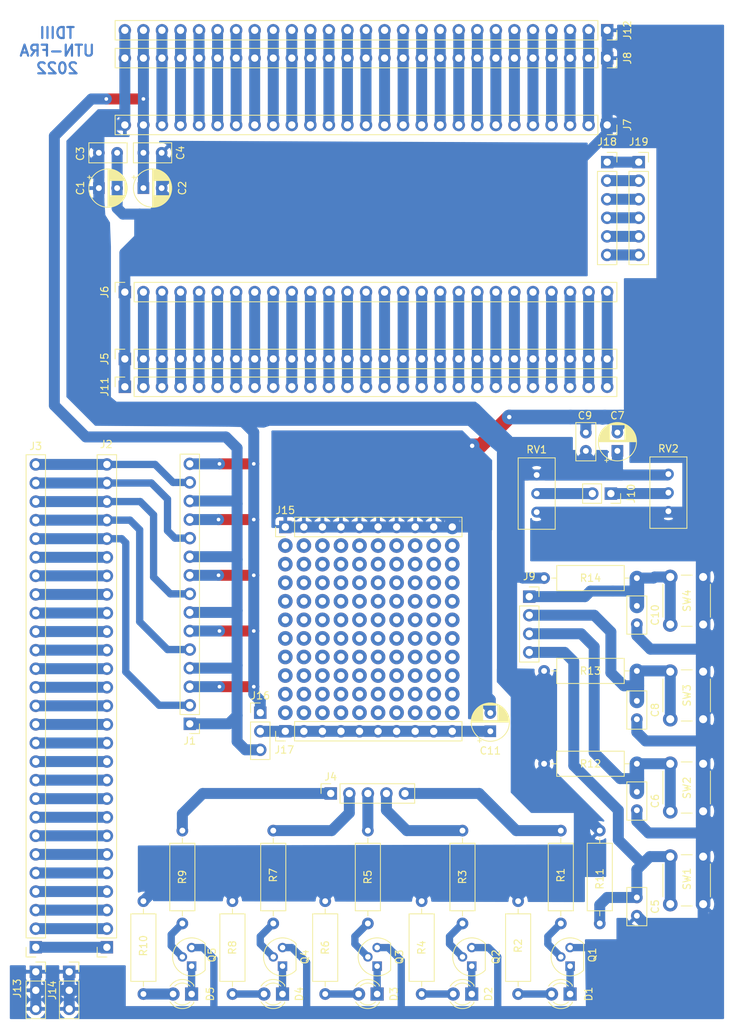
<source format=kicad_pcb>
(kicad_pcb (version 20171130) (host pcbnew "(5.1.9)-1")
  (layers (0 F.Cu signal) (31 B.Cu signal) (34 B.Paste user) (35 F.Paste user) (36 B.SilkS user) (37 F.SilkS user) (38 B.Mask user) (39 F.Mask user) (44 Edge.Cuts user))
  (net 0 "")
  (net 1 GNDREF)
  (net 2 +3V3)
  (net 3 +5V)
  (net 4 "Net-(C5-Pad1)")
  (net 5 "Net-(C6-Pad1)")
  (net 6 "Net-(C8-Pad1)")
  (net 7 "Net-(C10-Pad1)")
  (net 8 "Net-(D1-Pad2)")
  (net 9 "Net-(D1-Pad1)")
  (net 10 "Net-(D2-Pad2)")
  (net 11 "Net-(D2-Pad1)")
  (net 12 "Net-(D3-Pad2)")
  (net 13 "Net-(D3-Pad1)")
  (net 14 "Net-(D4-Pad2)")
  (net 15 "Net-(D4-Pad1)")
  (net 16 "Net-(D5-Pad2)")
  (net 17 "Net-(D5-Pad1)")
  (net 18 "Net-(J1-Pad14)")
  (net 19 "Net-(J1-Pad11)")
  (net 20 "Net-(J1-Pad8)")
  (net 21 "Net-(J1-Pad5)")
  (net 22 "Net-(J1-Pad2)")
  (net 23 "Net-(J2-Pad22)")
  (net 24 "Net-(J2-Pad21)")
  (net 25 "Net-(J2-Pad20)")
  (net 26 "Net-(J2-Pad19)")
  (net 27 "Net-(J2-Pad18)")
  (net 28 "Net-(J2-Pad17)")
  (net 29 "Net-(J2-Pad16)")
  (net 30 "Net-(J2-Pad15)")
  (net 31 "Net-(J2-Pad14)")
  (net 32 "Net-(J2-Pad13)")
  (net 33 "Net-(J2-Pad12)")
  (net 34 "Net-(J2-Pad11)")
  (net 35 "Net-(J2-Pad10)")
  (net 36 "Net-(J2-Pad9)")
  (net 37 "Net-(J2-Pad8)")
  (net 38 "Net-(J2-Pad7)")
  (net 39 "Net-(J2-Pad6)")
  (net 40 "Net-(J2-Pad5)")
  (net 41 "Net-(J2-Pad4)")
  (net 42 "Net-(J2-Pad3)")
  (net 43 "Net-(J2-Pad2)")
  (net 44 "Net-(J2-Pad1)")
  (net 45 "Net-(J4-Pad5)")
  (net 46 "Net-(J4-Pad4)")
  (net 47 "Net-(J4-Pad3)")
  (net 48 "Net-(J4-Pad2)")
  (net 49 "Net-(J4-Pad1)")
  (net 50 "Net-(J10-Pad2)")
  (net 51 "Net-(J10-Pad1)")
  (net 52 "Net-(Q1-Pad2)")
  (net 53 "Net-(Q2-Pad2)")
  (net 54 "Net-(Q3-Pad2)")
  (net 55 "Net-(Q4-Pad2)")
  (net 56 "Net-(Q5-Pad2)")
  (net 57 "Net-(J11-Pad27)")
  (net 58 "Net-(J11-Pad26)")
  (net 59 "Net-(J11-Pad25)")
  (net 60 "Net-(J11-Pad24)")
  (net 61 "Net-(J11-Pad23)")
  (net 62 "Net-(J11-Pad22)")
  (net 63 "Net-(J11-Pad21)")
  (net 64 "Net-(J11-Pad20)")
  (net 65 "Net-(J11-Pad19)")
  (net 66 "Net-(J11-Pad18)")
  (net 67 "Net-(J11-Pad17)")
  (net 68 "Net-(J11-Pad16)")
  (net 69 "Net-(J11-Pad15)")
  (net 70 "Net-(J11-Pad14)")
  (net 71 "Net-(J11-Pad13)")
  (net 72 "Net-(J11-Pad12)")
  (net 73 "Net-(J11-Pad11)")
  (net 74 "Net-(J11-Pad10)")
  (net 75 "Net-(J11-Pad9)")
  (net 76 "Net-(J11-Pad8)")
  (net 77 "Net-(J11-Pad7)")
  (net 78 "Net-(J11-Pad6)")
  (net 79 "Net-(J11-Pad5)")
  (net 80 "Net-(J11-Pad4)")
  (net 81 "Net-(J11-Pad3)")
  (net 82 "Net-(J11-Pad2)")
  (net 83 "Net-(J12-Pad25)")
  (net 84 "Net-(J12-Pad24)")
  (net 85 "Net-(J12-Pad23)")
  (net 86 "Net-(J12-Pad22)")
  (net 87 "Net-(J12-Pad21)")
  (net 88 "Net-(J12-Pad20)")
  (net 89 "Net-(J12-Pad19)")
  (net 90 "Net-(J12-Pad18)")
  (net 91 "Net-(J12-Pad17)")
  (net 92 "Net-(J12-Pad16)")
  (net 93 "Net-(J12-Pad15)")
  (net 94 "Net-(J12-Pad14)")
  (net 95 "Net-(J12-Pad13)")
  (net 96 "Net-(J12-Pad12)")
  (net 97 "Net-(J12-Pad11)")
  (net 98 "Net-(J12-Pad10)")
  (net 99 "Net-(J12-Pad9)")
  (net 100 "Net-(J12-Pad8)")
  (net 101 "Net-(J12-Pad7)")
  (net 102 "Net-(J12-Pad6)")
  (net 103 "Net-(J12-Pad5)")
  (net 104 "Net-(J12-Pad4)")
  (net 105 "Net-(J12-Pad3)")
  (net 106 "Net-(J12-Pad2)")
  (net 107 "Net-(C11-Pad1)")
  (net 108 "Net-(J18-Pad6)")
  (net 109 "Net-(J18-Pad5)")
  (net 110 "Net-(J18-Pad4)")
  (net 111 "Net-(J18-Pad3)")
  (net 112 "Net-(J18-Pad2)")
  (net 113 "Net-(J18-Pad1)")
  (module Connector_PinSocket_2.54mm:PinSocket_1x06_P2.54mm_Vertical (layer F.Cu) (at 181.864 37.846)
    (fp_text reference J19 (at 0 -2.77) (layer F.SilkS))
    (fp_text value Conn_01x06)
    (pad 6 thru_hole oval (at 0 12.7) (size 1.7 1.7) (drill 1) (layers *.Cu *.Mask) (net 108 "Net-(J18-Pad6)"))
    (pad 5 thru_hole oval (at 0 10.16) (size 1.7 1.7) (drill 1) (layers *.Cu *.Mask) (net 109 "Net-(J18-Pad5)"))
    (pad 4 thru_hole oval (at 0 7.62) (size 1.7 1.7) (drill 1) (layers *.Cu *.Mask) (net 110 "Net-(J18-Pad4)"))
    (pad 3 thru_hole oval (at 0 5.08) (size 1.7 1.7) (drill 1) (layers *.Cu *.Mask) (net 111 "Net-(J18-Pad3)"))
    (pad 2 thru_hole oval (at 0 2.54) (size 1.7 1.7) (drill 1) (layers *.Cu *.Mask) (net 112 "Net-(J18-Pad2)"))
    (pad 1 thru_hole rect (at 0 0) (size 1.7 1.7) (drill 1) (layers *.Cu *.Mask) (net 113 "Net-(J18-Pad1)"))
  )
  (module Connector_PinSocket_2.54mm:PinSocket_1x06_P2.54mm_Vertical (layer F.Cu) (at 177.546 37.846)
    (fp_text reference J18 (at 0 -2.77) (layer F.SilkS))
    (fp_text value Conn_01x06)
    (pad 6 thru_hole oval (at 0 12.7) (size 1.7 1.7) (drill 1) (layers *.Cu *.Mask) (net 108 "Net-(J18-Pad6)"))
    (pad 5 thru_hole oval (at 0 10.16) (size 1.7 1.7) (drill 1) (layers *.Cu *.Mask) (net 109 "Net-(J18-Pad5)"))
    (pad 4 thru_hole oval (at 0 7.62) (size 1.7 1.7) (drill 1) (layers *.Cu *.Mask) (net 110 "Net-(J18-Pad4)"))
    (pad 3 thru_hole oval (at 0 5.08) (size 1.7 1.7) (drill 1) (layers *.Cu *.Mask) (net 111 "Net-(J18-Pad3)"))
    (pad 2 thru_hole oval (at 0 2.54) (size 1.7 1.7) (drill 1) (layers *.Cu *.Mask) (net 112 "Net-(J18-Pad2)"))
    (pad 1 thru_hole rect (at 0 0) (size 1.7 1.7) (drill 1) (layers *.Cu *.Mask) (net 113 "Net-(J18-Pad1)"))
  )
  (module Capacitor_THT:CP_Radial_D5.0mm_P2.50mm (layer F.Cu) (at 178.943 77.343 90)
    (fp_text reference C7 (at 4.826 0 180) (layer F.SilkS))
    (fp_text value 10uF)
    (pad 2 thru_hole circle (at 2.5 0 90) (size 1.6 1.6) (drill 0.8) (layers *.Cu *.Mask) (net 1 GNDREF))
    (pad 1 thru_hole rect (at 0 0 90) (size 1.6 1.6) (drill 0.8) (layers *.Cu *.Mask) (net 2 +3V3))
  )
  (module Connector_PinSocket_2.54mm:PinSocket_1x05_P2.54mm_Vertical (layer F.Cu) (at 139.7 124.206 90)
    (fp_text reference J4 (at 2.286 0 180) (layer F.SilkS))
    (fp_text value Conn_01x05)
    (pad 5 thru_hole oval (at 0 10.16 90) (size 1.7 1.7) (drill 1) (layers *.Cu *.Mask) (net 45 "Net-(J4-Pad5)"))
    (pad 4 thru_hole oval (at 0 7.62 90) (size 1.7 1.7) (drill 1) (layers *.Cu *.Mask) (net 46 "Net-(J4-Pad4)"))
    (pad 3 thru_hole oval (at 0 5.08 90) (size 1.7 1.7) (drill 1) (layers *.Cu *.Mask) (net 47 "Net-(J4-Pad3)"))
    (pad 2 thru_hole oval (at 0 2.54 90) (size 1.7 1.7) (drill 1) (layers *.Cu *.Mask) (net 48 "Net-(J4-Pad2)"))
    (pad 1 thru_hole rect (at 0 0 90) (size 1.7 1.7) (drill 1) (layers *.Cu *.Mask) (net 49 "Net-(J4-Pad1)"))
  )
  (module Capacitor_THT:CP_Radial_D5.0mm_P2.50mm (layer F.Cu) (at 161.544 115.697 90)
    (fp_text reference C11 (at -2.667 0 180) (layer F.SilkS))
    (fp_text value 10uF)
    (pad 2 thru_hole circle (at 2.5 0 90) (size 1.6 1.6) (drill 0.8) (layers *.Cu *.Mask) (net 1 GNDREF))
    (pad 1 thru_hole rect (at 0 0 90) (size 1.6 1.6) (drill 0.8) (layers *.Cu *.Mask) (net 107 "Net-(C11-Pad1)"))
  )
  (module Connector_PinHeader_2.54mm:PinHeader_1x03_P2.54mm_Vertical (layer F.Cu) (at 130.048 113.157)
    (fp_text reference J16 (at 0 -2.33) (layer F.SilkS))
    (fp_text value Conn_01x03)
    (pad 3 thru_hole oval (at 0 5.08) (size 1.7 1.7) (drill 1) (layers *.Cu *.Mask) (net 3 +5V))
    (pad 2 thru_hole oval (at 0 2.54) (size 1.7 1.7) (drill 1) (layers *.Cu *.Mask) (net 107 "Net-(C11-Pad1)"))
    (pad 1 thru_hole rect (at 0 0) (size 1.7 1.7) (drill 1) (layers *.Cu *.Mask) (net 2 +3V3))
  )
  (module Connector_PinHeader_2.54mm:PinHeader_1x10_P2.54mm_Vertical (layer F.Cu) (at 133.477 115.697 90)
    (fp_text reference J17 (at -2.54 -0.127 180) (layer F.SilkS))
    (fp_text value Conn_01x10)
    (pad 10 thru_hole oval (at 0 22.86 90) (size 1.7 1.7) (drill 1) (layers *.Cu *.Mask) (net 107 "Net-(C11-Pad1)"))
    (pad 9 thru_hole oval (at 0 20.32 90) (size 1.7 1.7) (drill 1) (layers *.Cu *.Mask) (net 107 "Net-(C11-Pad1)"))
    (pad 8 thru_hole oval (at 0 17.78 90) (size 1.7 1.7) (drill 1) (layers *.Cu *.Mask) (net 107 "Net-(C11-Pad1)"))
    (pad 7 thru_hole oval (at 0 15.24 90) (size 1.7 1.7) (drill 1) (layers *.Cu *.Mask) (net 107 "Net-(C11-Pad1)"))
    (pad 6 thru_hole oval (at 0 12.7 90) (size 1.7 1.7) (drill 1) (layers *.Cu *.Mask) (net 107 "Net-(C11-Pad1)"))
    (pad 5 thru_hole oval (at 0 10.16 90) (size 1.7 1.7) (drill 1) (layers *.Cu *.Mask) (net 107 "Net-(C11-Pad1)"))
    (pad 4 thru_hole oval (at 0 7.62 90) (size 1.7 1.7) (drill 1) (layers *.Cu *.Mask) (net 107 "Net-(C11-Pad1)"))
    (pad 3 thru_hole oval (at 0 5.08 90) (size 1.7 1.7) (drill 1) (layers *.Cu *.Mask) (net 107 "Net-(C11-Pad1)"))
    (pad 2 thru_hole oval (at 0 2.54 90) (size 1.7 1.7) (drill 1) (layers *.Cu *.Mask) (net 107 "Net-(C11-Pad1)"))
    (pad 1 thru_hole rect (at 0 0 90) (size 1.7 1.7) (drill 1) (layers *.Cu *.Mask) (net 107 "Net-(C11-Pad1)"))
  )
  (module Connector_PinHeader_2.54mm:PinHeader_1x10_P2.54mm_Vertical (layer F.Cu) (at 133.477 87.757 90)
    (fp_text reference J15 (at 2.286 0 180) (layer F.SilkS))
    (fp_text value Conn_01x10)
    (pad 10 thru_hole oval (at 0 22.86 90) (size 1.7 1.7) (drill 1) (layers *.Cu *.Mask) (net 1 GNDREF))
    (pad 9 thru_hole oval (at 0 20.32 90) (size 1.7 1.7) (drill 1) (layers *.Cu *.Mask) (net 1 GNDREF))
    (pad 8 thru_hole oval (at 0 17.78 90) (size 1.7 1.7) (drill 1) (layers *.Cu *.Mask) (net 1 GNDREF))
    (pad 7 thru_hole oval (at 0 15.24 90) (size 1.7 1.7) (drill 1) (layers *.Cu *.Mask) (net 1 GNDREF))
    (pad 6 thru_hole oval (at 0 12.7 90) (size 1.7 1.7) (drill 1) (layers *.Cu *.Mask) (net 1 GNDREF))
    (pad 5 thru_hole oval (at 0 10.16 90) (size 1.7 1.7) (drill 1) (layers *.Cu *.Mask) (net 1 GNDREF))
    (pad 4 thru_hole oval (at 0 7.62 90) (size 1.7 1.7) (drill 1) (layers *.Cu *.Mask) (net 1 GNDREF))
    (pad 3 thru_hole oval (at 0 5.08 90) (size 1.7 1.7) (drill 1) (layers *.Cu *.Mask) (net 1 GNDREF))
    (pad 2 thru_hole oval (at 0 2.54 90) (size 1.7 1.7) (drill 1) (layers *.Cu *.Mask) (net 1 GNDREF))
    (pad 1 thru_hole rect (at 0 0 90) (size 1.7 1.7) (drill 1) (layers *.Cu *.Mask) (net 1 GNDREF))
  )
  (module Connector_PinSocket_2.54mm:PinSocket_1x03_P2.54mm_Vertical (layer F.Cu) (at 103.886 148.59)
    (fp_text reference J14 (at -2.314 2.54 90) (layer F.SilkS))
    (fp_text value Conn_01x03)
    (pad 3 thru_hole oval (at 0 5.08) (size 1.7 1.7) (drill 1) (layers *.Cu *.Mask) (net 1 GNDREF))
    (pad 2 thru_hole oval (at 0 2.54) (size 1.7 1.7) (drill 1) (layers *.Cu *.Mask) (net 1 GNDREF))
    (pad 1 thru_hole rect (at 0 0) (size 1.7 1.7) (drill 1) (layers *.Cu *.Mask) (net 1 GNDREF))
  )
  (module Connector_PinSocket_2.54mm:PinSocket_1x03_P2.54mm_Vertical (layer F.Cu) (at 99.314 148.59)
    (fp_text reference J13 (at -2.54 2.286 90) (layer F.SilkS))
    (fp_text value Conn_01x03)
    (pad 3 thru_hole oval (at 0 5.08) (size 1.7 1.7) (drill 1) (layers *.Cu *.Mask) (net 1 GNDREF))
    (pad 2 thru_hole oval (at 0 2.54) (size 1.7 1.7) (drill 1) (layers *.Cu *.Mask) (net 1 GNDREF))
    (pad 1 thru_hole rect (at 0 0) (size 1.7 1.7) (drill 1) (layers *.Cu *.Mask) (net 1 GNDREF))
  )
  (module Connector_PinHeader_2.54mm:PinHeader_1x15_P2.54mm_Vertical (layer F.Cu) (at 120.396 114.681 180)
    (fp_text reference J1 (at 0 -2.33) (layer F.SilkS))
    (fp_text value Conn_01x15)
    (pad 15 thru_hole oval (at 0 35.56 180) (size 1.7 1.7) (drill 1) (layers *.Cu *.Mask) (net 2 +3V3))
    (pad 14 thru_hole oval (at 0 33.02 180) (size 1.7 1.7) (drill 1) (layers *.Cu *.Mask) (net 18 "Net-(J1-Pad14)"))
    (pad 13 thru_hole oval (at 0 30.48 180) (size 1.7 1.7) (drill 1) (layers *.Cu *.Mask) (net 3 +5V))
    (pad 12 thru_hole oval (at 0 27.94 180) (size 1.7 1.7) (drill 1) (layers *.Cu *.Mask) (net 2 +3V3))
    (pad 11 thru_hole oval (at 0 25.4 180) (size 1.7 1.7) (drill 1) (layers *.Cu *.Mask) (net 19 "Net-(J1-Pad11)"))
    (pad 10 thru_hole oval (at 0 22.86 180) (size 1.7 1.7) (drill 1) (layers *.Cu *.Mask) (net 3 +5V))
    (pad 9 thru_hole oval (at 0 20.32 180) (size 1.7 1.7) (drill 1) (layers *.Cu *.Mask) (net 2 +3V3))
    (pad 8 thru_hole oval (at 0 17.78 180) (size 1.7 1.7) (drill 1) (layers *.Cu *.Mask) (net 20 "Net-(J1-Pad8)"))
    (pad 7 thru_hole oval (at 0 15.24 180) (size 1.7 1.7) (drill 1) (layers *.Cu *.Mask) (net 3 +5V))
    (pad 6 thru_hole oval (at 0 12.7 180) (size 1.7 1.7) (drill 1) (layers *.Cu *.Mask) (net 2 +3V3))
    (pad 5 thru_hole oval (at 0 10.16 180) (size 1.7 1.7) (drill 1) (layers *.Cu *.Mask) (net 21 "Net-(J1-Pad5)"))
    (pad 4 thru_hole oval (at 0 7.62 180) (size 1.7 1.7) (drill 1) (layers *.Cu *.Mask) (net 3 +5V))
    (pad 3 thru_hole oval (at 0 5.08 180) (size 1.7 1.7) (drill 1) (layers *.Cu *.Mask) (net 2 +3V3))
    (pad 2 thru_hole oval (at 0 2.54 180) (size 1.7 1.7) (drill 1) (layers *.Cu *.Mask) (net 22 "Net-(J1-Pad2)"))
    (pad 1 thru_hole rect (at 0 0 180) (size 1.7 1.7) (drill 1) (layers *.Cu *.Mask) (net 3 +5V))
  )
  (module Capacitor_THT:C_Disc_D5.0mm_W2.5mm_P2.50mm (layer F.Cu) (at 114.046 36.576)
    (fp_text reference C4 (at 5.08 0 90) (layer F.SilkS))
    (fp_text value 100nF)
    (pad 2 thru_hole circle (at 2.5 0) (size 1.6 1.6) (drill 0.8) (layers *.Cu *.Mask) (net 1 GNDREF))
    (pad 1 thru_hole circle (at 0 0) (size 1.6 1.6) (drill 0.8) (layers *.Cu *.Mask) (net 3 +5V))
  )
  (module Connector_PinSocket_2.54mm:PinSocket_1x27_P2.54mm_Vertical (layer F.Cu) (at 111.506 68.58 90)
    (fp_text reference J11 (at 0 -2.77 90) (layer F.SilkS))
    (fp_text value Conn_01x27)
    (pad 27 thru_hole oval (at 0 66.04 90) (size 1.7 1.7) (drill 1) (layers *.Cu *.Mask) (net 57 "Net-(J11-Pad27)"))
    (pad 26 thru_hole oval (at 0 63.5 90) (size 1.7 1.7) (drill 1) (layers *.Cu *.Mask) (net 58 "Net-(J11-Pad26)"))
    (pad 25 thru_hole oval (at 0 60.96 90) (size 1.7 1.7) (drill 1) (layers *.Cu *.Mask) (net 59 "Net-(J11-Pad25)"))
    (pad 24 thru_hole oval (at 0 58.42 90) (size 1.7 1.7) (drill 1) (layers *.Cu *.Mask) (net 60 "Net-(J11-Pad24)"))
    (pad 23 thru_hole oval (at 0 55.88 90) (size 1.7 1.7) (drill 1) (layers *.Cu *.Mask) (net 61 "Net-(J11-Pad23)"))
    (pad 22 thru_hole oval (at 0 53.34 90) (size 1.7 1.7) (drill 1) (layers *.Cu *.Mask) (net 62 "Net-(J11-Pad22)"))
    (pad 21 thru_hole oval (at 0 50.8 90) (size 1.7 1.7) (drill 1) (layers *.Cu *.Mask) (net 63 "Net-(J11-Pad21)"))
    (pad 20 thru_hole oval (at 0 48.26 90) (size 1.7 1.7) (drill 1) (layers *.Cu *.Mask) (net 64 "Net-(J11-Pad20)"))
    (pad 19 thru_hole oval (at 0 45.72 90) (size 1.7 1.7) (drill 1) (layers *.Cu *.Mask) (net 65 "Net-(J11-Pad19)"))
    (pad 18 thru_hole oval (at 0 43.18 90) (size 1.7 1.7) (drill 1) (layers *.Cu *.Mask) (net 66 "Net-(J11-Pad18)"))
    (pad 17 thru_hole oval (at 0 40.64 90) (size 1.7 1.7) (drill 1) (layers *.Cu *.Mask) (net 67 "Net-(J11-Pad17)"))
    (pad 16 thru_hole oval (at 0 38.1 90) (size 1.7 1.7) (drill 1) (layers *.Cu *.Mask) (net 68 "Net-(J11-Pad16)"))
    (pad 15 thru_hole oval (at 0 35.56 90) (size 1.7 1.7) (drill 1) (layers *.Cu *.Mask) (net 69 "Net-(J11-Pad15)"))
    (pad 14 thru_hole oval (at 0 33.02 90) (size 1.7 1.7) (drill 1) (layers *.Cu *.Mask) (net 70 "Net-(J11-Pad14)"))
    (pad 13 thru_hole oval (at 0 30.48 90) (size 1.7 1.7) (drill 1) (layers *.Cu *.Mask) (net 71 "Net-(J11-Pad13)"))
    (pad 12 thru_hole oval (at 0 27.94 90) (size 1.7 1.7) (drill 1) (layers *.Cu *.Mask) (net 72 "Net-(J11-Pad12)"))
    (pad 11 thru_hole oval (at 0 25.4 90) (size 1.7 1.7) (drill 1) (layers *.Cu *.Mask) (net 73 "Net-(J11-Pad11)"))
    (pad 10 thru_hole oval (at 0 22.86 90) (size 1.7 1.7) (drill 1) (layers *.Cu *.Mask) (net 74 "Net-(J11-Pad10)"))
    (pad 9 thru_hole oval (at 0 20.32 90) (size 1.7 1.7) (drill 1) (layers *.Cu *.Mask) (net 75 "Net-(J11-Pad9)"))
    (pad 8 thru_hole oval (at 0 17.78 90) (size 1.7 1.7) (drill 1) (layers *.Cu *.Mask) (net 76 "Net-(J11-Pad8)"))
    (pad 7 thru_hole oval (at 0 15.24 90) (size 1.7 1.7) (drill 1) (layers *.Cu *.Mask) (net 77 "Net-(J11-Pad7)"))
    (pad 6 thru_hole oval (at 0 12.7 90) (size 1.7 1.7) (drill 1) (layers *.Cu *.Mask) (net 78 "Net-(J11-Pad6)"))
    (pad 5 thru_hole oval (at 0 10.16 90) (size 1.7 1.7) (drill 1) (layers *.Cu *.Mask) (net 79 "Net-(J11-Pad5)"))
    (pad 4 thru_hole oval (at 0 7.62 90) (size 1.7 1.7) (drill 1) (layers *.Cu *.Mask) (net 80 "Net-(J11-Pad4)"))
    (pad 3 thru_hole oval (at 0 5.08 90) (size 1.7 1.7) (drill 1) (layers *.Cu *.Mask) (net 81 "Net-(J11-Pad3)"))
    (pad 2 thru_hole oval (at 0 2.54 90) (size 1.7 1.7) (drill 1) (layers *.Cu *.Mask) (net 82 "Net-(J11-Pad2)"))
    (pad 1 thru_hole rect (at 0 0 90) (size 1.7 1.7) (drill 1) (layers *.Cu *.Mask) (net 1 GNDREF))
  )
  (module Connector_PinSocket_2.54mm:PinSocket_1x27_P2.54mm_Vertical (layer F.Cu) (at 177.546 19.812 270)
    (fp_text reference J12 (at 0 -2.77 90) (layer F.SilkS))
    (fp_text value Conn_01x27)
    (pad 27 thru_hole oval (at 0 66.04 270) (size 1.7 1.7) (drill 1) (layers *.Cu *.Mask) (net 2 +3V3))
    (pad 26 thru_hole oval (at 0 63.5 270) (size 1.7 1.7) (drill 1) (layers *.Cu *.Mask) (net 3 +5V))
    (pad 25 thru_hole oval (at 0 60.96 270) (size 1.7 1.7) (drill 1) (layers *.Cu *.Mask) (net 83 "Net-(J12-Pad25)"))
    (pad 24 thru_hole oval (at 0 58.42 270) (size 1.7 1.7) (drill 1) (layers *.Cu *.Mask) (net 84 "Net-(J12-Pad24)"))
    (pad 23 thru_hole oval (at 0 55.88 270) (size 1.7 1.7) (drill 1) (layers *.Cu *.Mask) (net 85 "Net-(J12-Pad23)"))
    (pad 22 thru_hole oval (at 0 53.34 270) (size 1.7 1.7) (drill 1) (layers *.Cu *.Mask) (net 86 "Net-(J12-Pad22)"))
    (pad 21 thru_hole oval (at 0 50.8 270) (size 1.7 1.7) (drill 1) (layers *.Cu *.Mask) (net 87 "Net-(J12-Pad21)"))
    (pad 20 thru_hole oval (at 0 48.26 270) (size 1.7 1.7) (drill 1) (layers *.Cu *.Mask) (net 88 "Net-(J12-Pad20)"))
    (pad 19 thru_hole oval (at 0 45.72 270) (size 1.7 1.7) (drill 1) (layers *.Cu *.Mask) (net 89 "Net-(J12-Pad19)"))
    (pad 18 thru_hole oval (at 0 43.18 270) (size 1.7 1.7) (drill 1) (layers *.Cu *.Mask) (net 90 "Net-(J12-Pad18)"))
    (pad 17 thru_hole oval (at 0 40.64 270) (size 1.7 1.7) (drill 1) (layers *.Cu *.Mask) (net 91 "Net-(J12-Pad17)"))
    (pad 16 thru_hole oval (at 0 38.1 270) (size 1.7 1.7) (drill 1) (layers *.Cu *.Mask) (net 92 "Net-(J12-Pad16)"))
    (pad 15 thru_hole oval (at 0 35.56 270) (size 1.7 1.7) (drill 1) (layers *.Cu *.Mask) (net 93 "Net-(J12-Pad15)"))
    (pad 14 thru_hole oval (at 0 33.02 270) (size 1.7 1.7) (drill 1) (layers *.Cu *.Mask) (net 94 "Net-(J12-Pad14)"))
    (pad 13 thru_hole oval (at 0 30.48 270) (size 1.7 1.7) (drill 1) (layers *.Cu *.Mask) (net 95 "Net-(J12-Pad13)"))
    (pad 12 thru_hole oval (at 0 27.94 270) (size 1.7 1.7) (drill 1) (layers *.Cu *.Mask) (net 96 "Net-(J12-Pad12)"))
    (pad 11 thru_hole oval (at 0 25.4 270) (size 1.7 1.7) (drill 1) (layers *.Cu *.Mask) (net 97 "Net-(J12-Pad11)"))
    (pad 10 thru_hole oval (at 0 22.86 270) (size 1.7 1.7) (drill 1) (layers *.Cu *.Mask) (net 98 "Net-(J12-Pad10)"))
    (pad 9 thru_hole oval (at 0 20.32 270) (size 1.7 1.7) (drill 1) (layers *.Cu *.Mask) (net 99 "Net-(J12-Pad9)"))
    (pad 8 thru_hole oval (at 0 17.78 270) (size 1.7 1.7) (drill 1) (layers *.Cu *.Mask) (net 100 "Net-(J12-Pad8)"))
    (pad 7 thru_hole oval (at 0 15.24 270) (size 1.7 1.7) (drill 1) (layers *.Cu *.Mask) (net 101 "Net-(J12-Pad7)"))
    (pad 6 thru_hole oval (at 0 12.7 270) (size 1.7 1.7) (drill 1) (layers *.Cu *.Mask) (net 102 "Net-(J12-Pad6)"))
    (pad 5 thru_hole oval (at 0 10.16 270) (size 1.7 1.7) (drill 1) (layers *.Cu *.Mask) (net 103 "Net-(J12-Pad5)"))
    (pad 4 thru_hole oval (at 0 7.62 270) (size 1.7 1.7) (drill 1) (layers *.Cu *.Mask) (net 104 "Net-(J12-Pad4)"))
    (pad 3 thru_hole oval (at 0 5.08 270) (size 1.7 1.7) (drill 1) (layers *.Cu *.Mask) (net 105 "Net-(J12-Pad3)"))
    (pad 2 thru_hole oval (at 0 2.54 270) (size 1.7 1.7) (drill 1) (layers *.Cu *.Mask) (net 106 "Net-(J12-Pad2)"))
    (pad 1 thru_hole rect (at 0 0 270) (size 1.7 1.7) (drill 1) (layers *.Cu *.Mask) (net 1 GNDREF))
  )
  (module Connector_PinSocket_2.54mm:PinSocket_1x02_P2.54mm_Vertical (layer F.Cu) (at 178.054 83.185 270)
    (fp_text reference J10 (at 0 -2.77 90) (layer F.SilkS))
    (fp_text value Conn_01x02)
    (pad 2 thru_hole oval (at 0 2.54 270) (size 1.7 1.7) (drill 1) (layers *.Cu *.Mask) (net 50 "Net-(J10-Pad2)"))
    (pad 1 thru_hole rect (at 0 0 270) (size 1.7 1.7) (drill 1) (layers *.Cu *.Mask) (net 51 "Net-(J10-Pad1)"))
  )
  (module Connector_PinSocket_2.54mm:PinSocket_1x04_P2.54mm_Vertical (layer F.Cu) (at 166.878 97.282)
    (fp_text reference J9 (at 0 -2.77) (layer F.SilkS))
    (fp_text value Conn_01x04)
    (pad 4 thru_hole oval (at 0 7.62) (size 1.7 1.7) (drill 1) (layers *.Cu *.Mask) (net 4 "Net-(C5-Pad1)"))
    (pad 3 thru_hole oval (at 0 5.08) (size 1.7 1.7) (drill 1) (layers *.Cu *.Mask) (net 5 "Net-(C6-Pad1)"))
    (pad 2 thru_hole oval (at 0 2.54) (size 1.7 1.7) (drill 1) (layers *.Cu *.Mask) (net 6 "Net-(C8-Pad1)"))
    (pad 1 thru_hole rect (at 0 0) (size 1.7 1.7) (drill 1) (layers *.Cu *.Mask) (net 7 "Net-(C10-Pad1)"))
  )
  (module Connector_PinSocket_2.54mm:PinSocket_1x27_P2.54mm_Vertical (layer F.Cu) (at 177.546 23.622 270)
    (fp_text reference J8 (at 0 -2.77 90) (layer F.SilkS))
    (fp_text value Conn_01x27)
    (pad 27 thru_hole oval (at 0 66.04 270) (size 1.7 1.7) (drill 1) (layers *.Cu *.Mask) (net 2 +3V3))
    (pad 26 thru_hole oval (at 0 63.5 270) (size 1.7 1.7) (drill 1) (layers *.Cu *.Mask) (net 3 +5V))
    (pad 25 thru_hole oval (at 0 60.96 270) (size 1.7 1.7) (drill 1) (layers *.Cu *.Mask) (net 83 "Net-(J12-Pad25)"))
    (pad 24 thru_hole oval (at 0 58.42 270) (size 1.7 1.7) (drill 1) (layers *.Cu *.Mask) (net 84 "Net-(J12-Pad24)"))
    (pad 23 thru_hole oval (at 0 55.88 270) (size 1.7 1.7) (drill 1) (layers *.Cu *.Mask) (net 85 "Net-(J12-Pad23)"))
    (pad 22 thru_hole oval (at 0 53.34 270) (size 1.7 1.7) (drill 1) (layers *.Cu *.Mask) (net 86 "Net-(J12-Pad22)"))
    (pad 21 thru_hole oval (at 0 50.8 270) (size 1.7 1.7) (drill 1) (layers *.Cu *.Mask) (net 87 "Net-(J12-Pad21)"))
    (pad 20 thru_hole oval (at 0 48.26 270) (size 1.7 1.7) (drill 1) (layers *.Cu *.Mask) (net 88 "Net-(J12-Pad20)"))
    (pad 19 thru_hole oval (at 0 45.72 270) (size 1.7 1.7) (drill 1) (layers *.Cu *.Mask) (net 89 "Net-(J12-Pad19)"))
    (pad 18 thru_hole oval (at 0 43.18 270) (size 1.7 1.7) (drill 1) (layers *.Cu *.Mask) (net 90 "Net-(J12-Pad18)"))
    (pad 17 thru_hole oval (at 0 40.64 270) (size 1.7 1.7) (drill 1) (layers *.Cu *.Mask) (net 91 "Net-(J12-Pad17)"))
    (pad 16 thru_hole oval (at 0 38.1 270) (size 1.7 1.7) (drill 1) (layers *.Cu *.Mask) (net 92 "Net-(J12-Pad16)"))
    (pad 15 thru_hole oval (at 0 35.56 270) (size 1.7 1.7) (drill 1) (layers *.Cu *.Mask) (net 93 "Net-(J12-Pad15)"))
    (pad 14 thru_hole oval (at 0 33.02 270) (size 1.7 1.7) (drill 1) (layers *.Cu *.Mask) (net 94 "Net-(J12-Pad14)"))
    (pad 13 thru_hole oval (at 0 30.48 270) (size 1.7 1.7) (drill 1) (layers *.Cu *.Mask) (net 95 "Net-(J12-Pad13)"))
    (pad 12 thru_hole oval (at 0 27.94 270) (size 1.7 1.7) (drill 1) (layers *.Cu *.Mask) (net 96 "Net-(J12-Pad12)"))
    (pad 11 thru_hole oval (at 0 25.4 270) (size 1.7 1.7) (drill 1) (layers *.Cu *.Mask) (net 97 "Net-(J12-Pad11)"))
    (pad 10 thru_hole oval (at 0 22.86 270) (size 1.7 1.7) (drill 1) (layers *.Cu *.Mask) (net 98 "Net-(J12-Pad10)"))
    (pad 9 thru_hole oval (at 0 20.32 270) (size 1.7 1.7) (drill 1) (layers *.Cu *.Mask) (net 99 "Net-(J12-Pad9)"))
    (pad 8 thru_hole oval (at 0 17.78 270) (size 1.7 1.7) (drill 1) (layers *.Cu *.Mask) (net 100 "Net-(J12-Pad8)"))
    (pad 7 thru_hole oval (at 0 15.24 270) (size 1.7 1.7) (drill 1) (layers *.Cu *.Mask) (net 101 "Net-(J12-Pad7)"))
    (pad 6 thru_hole oval (at 0 12.7 270) (size 1.7 1.7) (drill 1) (layers *.Cu *.Mask) (net 102 "Net-(J12-Pad6)"))
    (pad 5 thru_hole oval (at 0 10.16 270) (size 1.7 1.7) (drill 1) (layers *.Cu *.Mask) (net 103 "Net-(J12-Pad5)"))
    (pad 4 thru_hole oval (at 0 7.62 270) (size 1.7 1.7) (drill 1) (layers *.Cu *.Mask) (net 104 "Net-(J12-Pad4)"))
    (pad 3 thru_hole oval (at 0 5.08 270) (size 1.7 1.7) (drill 1) (layers *.Cu *.Mask) (net 105 "Net-(J12-Pad3)"))
    (pad 2 thru_hole oval (at 0 2.54 270) (size 1.7 1.7) (drill 1) (layers *.Cu *.Mask) (net 106 "Net-(J12-Pad2)"))
    (pad 1 thru_hole rect (at 0 0 270) (size 1.7 1.7) (drill 1) (layers *.Cu *.Mask) (net 1 GNDREF))
  )
  (module Connector_PinSocket_2.54mm:PinSocket_1x27_P2.54mm_Vertical (layer F.Cu) (at 177.546 32.766 270)
    (fp_text reference J7 (at 0 -2.77 90) (layer F.SilkS))
    (fp_text value Conn_01x27)
    (pad 27 thru_hole oval (at 0 66.04 270) (size 1.7 1.7) (drill 1) (layers *.Cu *.Mask) (net 2 +3V3))
    (pad 26 thru_hole oval (at 0 63.5 270) (size 1.7 1.7) (drill 1) (layers *.Cu *.Mask) (net 3 +5V))
    (pad 25 thru_hole oval (at 0 60.96 270) (size 1.7 1.7) (drill 1) (layers *.Cu *.Mask) (net 83 "Net-(J12-Pad25)"))
    (pad 24 thru_hole oval (at 0 58.42 270) (size 1.7 1.7) (drill 1) (layers *.Cu *.Mask) (net 84 "Net-(J12-Pad24)"))
    (pad 23 thru_hole oval (at 0 55.88 270) (size 1.7 1.7) (drill 1) (layers *.Cu *.Mask) (net 85 "Net-(J12-Pad23)"))
    (pad 22 thru_hole oval (at 0 53.34 270) (size 1.7 1.7) (drill 1) (layers *.Cu *.Mask) (net 86 "Net-(J12-Pad22)"))
    (pad 21 thru_hole oval (at 0 50.8 270) (size 1.7 1.7) (drill 1) (layers *.Cu *.Mask) (net 87 "Net-(J12-Pad21)"))
    (pad 20 thru_hole oval (at 0 48.26 270) (size 1.7 1.7) (drill 1) (layers *.Cu *.Mask) (net 88 "Net-(J12-Pad20)"))
    (pad 19 thru_hole oval (at 0 45.72 270) (size 1.7 1.7) (drill 1) (layers *.Cu *.Mask) (net 89 "Net-(J12-Pad19)"))
    (pad 18 thru_hole oval (at 0 43.18 270) (size 1.7 1.7) (drill 1) (layers *.Cu *.Mask) (net 90 "Net-(J12-Pad18)"))
    (pad 17 thru_hole oval (at 0 40.64 270) (size 1.7 1.7) (drill 1) (layers *.Cu *.Mask) (net 91 "Net-(J12-Pad17)"))
    (pad 16 thru_hole oval (at 0 38.1 270) (size 1.7 1.7) (drill 1) (layers *.Cu *.Mask) (net 92 "Net-(J12-Pad16)"))
    (pad 15 thru_hole oval (at 0 35.56 270) (size 1.7 1.7) (drill 1) (layers *.Cu *.Mask) (net 93 "Net-(J12-Pad15)"))
    (pad 14 thru_hole oval (at 0 33.02 270) (size 1.7 1.7) (drill 1) (layers *.Cu *.Mask) (net 94 "Net-(J12-Pad14)"))
    (pad 13 thru_hole oval (at 0 30.48 270) (size 1.7 1.7) (drill 1) (layers *.Cu *.Mask) (net 95 "Net-(J12-Pad13)"))
    (pad 12 thru_hole oval (at 0 27.94 270) (size 1.7 1.7) (drill 1) (layers *.Cu *.Mask) (net 96 "Net-(J12-Pad12)"))
    (pad 11 thru_hole oval (at 0 25.4 270) (size 1.7 1.7) (drill 1) (layers *.Cu *.Mask) (net 97 "Net-(J12-Pad11)"))
    (pad 10 thru_hole oval (at 0 22.86 270) (size 1.7 1.7) (drill 1) (layers *.Cu *.Mask) (net 98 "Net-(J12-Pad10)"))
    (pad 9 thru_hole oval (at 0 20.32 270) (size 1.7 1.7) (drill 1) (layers *.Cu *.Mask) (net 99 "Net-(J12-Pad9)"))
    (pad 8 thru_hole oval (at 0 17.78 270) (size 1.7 1.7) (drill 1) (layers *.Cu *.Mask) (net 100 "Net-(J12-Pad8)"))
    (pad 7 thru_hole oval (at 0 15.24 270) (size 1.7 1.7) (drill 1) (layers *.Cu *.Mask) (net 101 "Net-(J12-Pad7)"))
    (pad 6 thru_hole oval (at 0 12.7 270) (size 1.7 1.7) (drill 1) (layers *.Cu *.Mask) (net 102 "Net-(J12-Pad6)"))
    (pad 5 thru_hole oval (at 0 10.16 270) (size 1.7 1.7) (drill 1) (layers *.Cu *.Mask) (net 103 "Net-(J12-Pad5)"))
    (pad 4 thru_hole oval (at 0 7.62 270) (size 1.7 1.7) (drill 1) (layers *.Cu *.Mask) (net 104 "Net-(J12-Pad4)"))
    (pad 3 thru_hole oval (at 0 5.08 270) (size 1.7 1.7) (drill 1) (layers *.Cu *.Mask) (net 105 "Net-(J12-Pad3)"))
    (pad 2 thru_hole oval (at 0 2.54 270) (size 1.7 1.7) (drill 1) (layers *.Cu *.Mask) (net 106 "Net-(J12-Pad2)"))
    (pad 1 thru_hole rect (at 0 0 270) (size 1.7 1.7) (drill 1) (layers *.Cu *.Mask) (net 1 GNDREF))
  )
  (module Connector_PinSocket_2.54mm:PinSocket_1x27_P2.54mm_Vertical (layer F.Cu) (at 111.506 55.626 90)
    (fp_text reference J6 (at 0 -2.77 90) (layer F.SilkS))
    (fp_text value Conn_01x27)
    (pad 27 thru_hole oval (at 0 66.04 90) (size 1.7 1.7) (drill 1) (layers *.Cu *.Mask) (net 57 "Net-(J11-Pad27)"))
    (pad 26 thru_hole oval (at 0 63.5 90) (size 1.7 1.7) (drill 1) (layers *.Cu *.Mask) (net 58 "Net-(J11-Pad26)"))
    (pad 25 thru_hole oval (at 0 60.96 90) (size 1.7 1.7) (drill 1) (layers *.Cu *.Mask) (net 59 "Net-(J11-Pad25)"))
    (pad 24 thru_hole oval (at 0 58.42 90) (size 1.7 1.7) (drill 1) (layers *.Cu *.Mask) (net 60 "Net-(J11-Pad24)"))
    (pad 23 thru_hole oval (at 0 55.88 90) (size 1.7 1.7) (drill 1) (layers *.Cu *.Mask) (net 61 "Net-(J11-Pad23)"))
    (pad 22 thru_hole oval (at 0 53.34 90) (size 1.7 1.7) (drill 1) (layers *.Cu *.Mask) (net 62 "Net-(J11-Pad22)"))
    (pad 21 thru_hole oval (at 0 50.8 90) (size 1.7 1.7) (drill 1) (layers *.Cu *.Mask) (net 63 "Net-(J11-Pad21)"))
    (pad 20 thru_hole oval (at 0 48.26 90) (size 1.7 1.7) (drill 1) (layers *.Cu *.Mask) (net 64 "Net-(J11-Pad20)"))
    (pad 19 thru_hole oval (at 0 45.72 90) (size 1.7 1.7) (drill 1) (layers *.Cu *.Mask) (net 65 "Net-(J11-Pad19)"))
    (pad 18 thru_hole oval (at 0 43.18 90) (size 1.7 1.7) (drill 1) (layers *.Cu *.Mask) (net 66 "Net-(J11-Pad18)"))
    (pad 17 thru_hole oval (at 0 40.64 90) (size 1.7 1.7) (drill 1) (layers *.Cu *.Mask) (net 67 "Net-(J11-Pad17)"))
    (pad 16 thru_hole oval (at 0 38.1 90) (size 1.7 1.7) (drill 1) (layers *.Cu *.Mask) (net 68 "Net-(J11-Pad16)"))
    (pad 15 thru_hole oval (at 0 35.56 90) (size 1.7 1.7) (drill 1) (layers *.Cu *.Mask) (net 69 "Net-(J11-Pad15)"))
    (pad 14 thru_hole oval (at 0 33.02 90) (size 1.7 1.7) (drill 1) (layers *.Cu *.Mask) (net 70 "Net-(J11-Pad14)"))
    (pad 13 thru_hole oval (at 0 30.48 90) (size 1.7 1.7) (drill 1) (layers *.Cu *.Mask) (net 71 "Net-(J11-Pad13)"))
    (pad 12 thru_hole oval (at 0 27.94 90) (size 1.7 1.7) (drill 1) (layers *.Cu *.Mask) (net 72 "Net-(J11-Pad12)"))
    (pad 11 thru_hole oval (at 0 25.4 90) (size 1.7 1.7) (drill 1) (layers *.Cu *.Mask) (net 73 "Net-(J11-Pad11)"))
    (pad 10 thru_hole oval (at 0 22.86 90) (size 1.7 1.7) (drill 1) (layers *.Cu *.Mask) (net 74 "Net-(J11-Pad10)"))
    (pad 9 thru_hole oval (at 0 20.32 90) (size 1.7 1.7) (drill 1) (layers *.Cu *.Mask) (net 75 "Net-(J11-Pad9)"))
    (pad 8 thru_hole oval (at 0 17.78 90) (size 1.7 1.7) (drill 1) (layers *.Cu *.Mask) (net 76 "Net-(J11-Pad8)"))
    (pad 7 thru_hole oval (at 0 15.24 90) (size 1.7 1.7) (drill 1) (layers *.Cu *.Mask) (net 77 "Net-(J11-Pad7)"))
    (pad 6 thru_hole oval (at 0 12.7 90) (size 1.7 1.7) (drill 1) (layers *.Cu *.Mask) (net 78 "Net-(J11-Pad6)"))
    (pad 5 thru_hole oval (at 0 10.16 90) (size 1.7 1.7) (drill 1) (layers *.Cu *.Mask) (net 79 "Net-(J11-Pad5)"))
    (pad 4 thru_hole oval (at 0 7.62 90) (size 1.7 1.7) (drill 1) (layers *.Cu *.Mask) (net 80 "Net-(J11-Pad4)"))
    (pad 3 thru_hole oval (at 0 5.08 90) (size 1.7 1.7) (drill 1) (layers *.Cu *.Mask) (net 81 "Net-(J11-Pad3)"))
    (pad 2 thru_hole oval (at 0 2.54 90) (size 1.7 1.7) (drill 1) (layers *.Cu *.Mask) (net 82 "Net-(J11-Pad2)"))
    (pad 1 thru_hole rect (at 0 0 90) (size 1.7 1.7) (drill 1) (layers *.Cu *.Mask) (net 1 GNDREF))
  )
  (module Connector_PinSocket_2.54mm:PinSocket_1x27_P2.54mm_Vertical (layer F.Cu) (at 111.506 64.77 90)
    (fp_text reference J5 (at 0 -2.77 90) (layer F.SilkS))
    (fp_text value Conn_01x27)
    (pad 27 thru_hole oval (at 0 66.04 90) (size 1.7 1.7) (drill 1) (layers *.Cu *.Mask) (net 57 "Net-(J11-Pad27)"))
    (pad 26 thru_hole oval (at 0 63.5 90) (size 1.7 1.7) (drill 1) (layers *.Cu *.Mask) (net 58 "Net-(J11-Pad26)"))
    (pad 25 thru_hole oval (at 0 60.96 90) (size 1.7 1.7) (drill 1) (layers *.Cu *.Mask) (net 59 "Net-(J11-Pad25)"))
    (pad 24 thru_hole oval (at 0 58.42 90) (size 1.7 1.7) (drill 1) (layers *.Cu *.Mask) (net 60 "Net-(J11-Pad24)"))
    (pad 23 thru_hole oval (at 0 55.88 90) (size 1.7 1.7) (drill 1) (layers *.Cu *.Mask) (net 61 "Net-(J11-Pad23)"))
    (pad 22 thru_hole oval (at 0 53.34 90) (size 1.7 1.7) (drill 1) (layers *.Cu *.Mask) (net 62 "Net-(J11-Pad22)"))
    (pad 21 thru_hole oval (at 0 50.8 90) (size 1.7 1.7) (drill 1) (layers *.Cu *.Mask) (net 63 "Net-(J11-Pad21)"))
    (pad 20 thru_hole oval (at 0 48.26 90) (size 1.7 1.7) (drill 1) (layers *.Cu *.Mask) (net 64 "Net-(J11-Pad20)"))
    (pad 19 thru_hole oval (at 0 45.72 90) (size 1.7 1.7) (drill 1) (layers *.Cu *.Mask) (net 65 "Net-(J11-Pad19)"))
    (pad 18 thru_hole oval (at 0 43.18 90) (size 1.7 1.7) (drill 1) (layers *.Cu *.Mask) (net 66 "Net-(J11-Pad18)"))
    (pad 17 thru_hole oval (at 0 40.64 90) (size 1.7 1.7) (drill 1) (layers *.Cu *.Mask) (net 67 "Net-(J11-Pad17)"))
    (pad 16 thru_hole oval (at 0 38.1 90) (size 1.7 1.7) (drill 1) (layers *.Cu *.Mask) (net 68 "Net-(J11-Pad16)"))
    (pad 15 thru_hole oval (at 0 35.56 90) (size 1.7 1.7) (drill 1) (layers *.Cu *.Mask) (net 69 "Net-(J11-Pad15)"))
    (pad 14 thru_hole oval (at 0 33.02 90) (size 1.7 1.7) (drill 1) (layers *.Cu *.Mask) (net 70 "Net-(J11-Pad14)"))
    (pad 13 thru_hole oval (at 0 30.48 90) (size 1.7 1.7) (drill 1) (layers *.Cu *.Mask) (net 71 "Net-(J11-Pad13)"))
    (pad 12 thru_hole oval (at 0 27.94 90) (size 1.7 1.7) (drill 1) (layers *.Cu *.Mask) (net 72 "Net-(J11-Pad12)"))
    (pad 11 thru_hole oval (at 0 25.4 90) (size 1.7 1.7) (drill 1) (layers *.Cu *.Mask) (net 73 "Net-(J11-Pad11)"))
    (pad 10 thru_hole oval (at 0 22.86 90) (size 1.7 1.7) (drill 1) (layers *.Cu *.Mask) (net 74 "Net-(J11-Pad10)"))
    (pad 9 thru_hole oval (at 0 20.32 90) (size 1.7 1.7) (drill 1) (layers *.Cu *.Mask) (net 75 "Net-(J11-Pad9)"))
    (pad 8 thru_hole oval (at 0 17.78 90) (size 1.7 1.7) (drill 1) (layers *.Cu *.Mask) (net 76 "Net-(J11-Pad8)"))
    (pad 7 thru_hole oval (at 0 15.24 90) (size 1.7 1.7) (drill 1) (layers *.Cu *.Mask) (net 77 "Net-(J11-Pad7)"))
    (pad 6 thru_hole oval (at 0 12.7 90) (size 1.7 1.7) (drill 1) (layers *.Cu *.Mask) (net 78 "Net-(J11-Pad6)"))
    (pad 5 thru_hole oval (at 0 10.16 90) (size 1.7 1.7) (drill 1) (layers *.Cu *.Mask) (net 79 "Net-(J11-Pad5)"))
    (pad 4 thru_hole oval (at 0 7.62 90) (size 1.7 1.7) (drill 1) (layers *.Cu *.Mask) (net 80 "Net-(J11-Pad4)"))
    (pad 3 thru_hole oval (at 0 5.08 90) (size 1.7 1.7) (drill 1) (layers *.Cu *.Mask) (net 81 "Net-(J11-Pad3)"))
    (pad 2 thru_hole oval (at 0 2.54 90) (size 1.7 1.7) (drill 1) (layers *.Cu *.Mask) (net 82 "Net-(J11-Pad2)"))
    (pad 1 thru_hole rect (at 0 0 90) (size 1.7 1.7) (drill 1) (layers *.Cu *.Mask) (net 1 GNDREF))
  )
  (module Connector_PinSocket_2.54mm:PinSocket_1x27_P2.54mm_Vertical (layer F.Cu) (at 99.314 145.240999 180)
    (fp_text reference J3 (at 0 68.532999) (layer F.SilkS))
    (fp_text value Conn_01x27)
    (pad 27 thru_hole oval (at 0 66.04 180) (size 1.7 1.7) (drill 1) (layers *.Cu *.Mask) (net 18 "Net-(J1-Pad14)"))
    (pad 26 thru_hole oval (at 0 63.5 180) (size 1.7 1.7) (drill 1) (layers *.Cu *.Mask) (net 19 "Net-(J1-Pad11)"))
    (pad 25 thru_hole oval (at 0 60.96 180) (size 1.7 1.7) (drill 1) (layers *.Cu *.Mask) (net 20 "Net-(J1-Pad8)"))
    (pad 24 thru_hole oval (at 0 58.42 180) (size 1.7 1.7) (drill 1) (layers *.Cu *.Mask) (net 21 "Net-(J1-Pad5)"))
    (pad 23 thru_hole oval (at 0 55.88 180) (size 1.7 1.7) (drill 1) (layers *.Cu *.Mask) (net 22 "Net-(J1-Pad2)"))
    (pad 22 thru_hole oval (at 0 53.34 180) (size 1.7 1.7) (drill 1) (layers *.Cu *.Mask) (net 23 "Net-(J2-Pad22)"))
    (pad 21 thru_hole oval (at 0 50.8 180) (size 1.7 1.7) (drill 1) (layers *.Cu *.Mask) (net 24 "Net-(J2-Pad21)"))
    (pad 20 thru_hole oval (at 0 48.26 180) (size 1.7 1.7) (drill 1) (layers *.Cu *.Mask) (net 25 "Net-(J2-Pad20)"))
    (pad 19 thru_hole oval (at 0 45.72 180) (size 1.7 1.7) (drill 1) (layers *.Cu *.Mask) (net 26 "Net-(J2-Pad19)"))
    (pad 18 thru_hole oval (at 0 43.18 180) (size 1.7 1.7) (drill 1) (layers *.Cu *.Mask) (net 27 "Net-(J2-Pad18)"))
    (pad 17 thru_hole oval (at 0 40.64 180) (size 1.7 1.7) (drill 1) (layers *.Cu *.Mask) (net 28 "Net-(J2-Pad17)"))
    (pad 16 thru_hole oval (at 0 38.1 180) (size 1.7 1.7) (drill 1) (layers *.Cu *.Mask) (net 29 "Net-(J2-Pad16)"))
    (pad 15 thru_hole oval (at 0 35.56 180) (size 1.7 1.7) (drill 1) (layers *.Cu *.Mask) (net 30 "Net-(J2-Pad15)"))
    (pad 14 thru_hole oval (at 0 33.02 180) (size 1.7 1.7) (drill 1) (layers *.Cu *.Mask) (net 31 "Net-(J2-Pad14)"))
    (pad 13 thru_hole oval (at 0 30.48 180) (size 1.7 1.7) (drill 1) (layers *.Cu *.Mask) (net 32 "Net-(J2-Pad13)"))
    (pad 12 thru_hole oval (at 0 27.94 180) (size 1.7 1.7) (drill 1) (layers *.Cu *.Mask) (net 33 "Net-(J2-Pad12)"))
    (pad 11 thru_hole oval (at 0 25.4 180) (size 1.7 1.7) (drill 1) (layers *.Cu *.Mask) (net 34 "Net-(J2-Pad11)"))
    (pad 10 thru_hole oval (at 0 22.86 180) (size 1.7 1.7) (drill 1) (layers *.Cu *.Mask) (net 35 "Net-(J2-Pad10)"))
    (pad 9 thru_hole oval (at 0 20.32 180) (size 1.7 1.7) (drill 1) (layers *.Cu *.Mask) (net 36 "Net-(J2-Pad9)"))
    (pad 8 thru_hole oval (at 0 17.78 180) (size 1.7 1.7) (drill 1) (layers *.Cu *.Mask) (net 37 "Net-(J2-Pad8)"))
    (pad 7 thru_hole oval (at 0 15.24 180) (size 1.7 1.7) (drill 1) (layers *.Cu *.Mask) (net 38 "Net-(J2-Pad7)"))
    (pad 6 thru_hole oval (at 0 12.7 180) (size 1.7 1.7) (drill 1) (layers *.Cu *.Mask) (net 39 "Net-(J2-Pad6)"))
    (pad 5 thru_hole oval (at 0 10.16 180) (size 1.7 1.7) (drill 1) (layers *.Cu *.Mask) (net 40 "Net-(J2-Pad5)"))
    (pad 4 thru_hole oval (at 0 7.62 180) (size 1.7 1.7) (drill 1) (layers *.Cu *.Mask) (net 41 "Net-(J2-Pad4)"))
    (pad 3 thru_hole oval (at 0 5.08 180) (size 1.7 1.7) (drill 1) (layers *.Cu *.Mask) (net 42 "Net-(J2-Pad3)"))
    (pad 2 thru_hole oval (at 0 2.54 180) (size 1.7 1.7) (drill 1) (layers *.Cu *.Mask) (net 43 "Net-(J2-Pad2)"))
    (pad 1 thru_hole rect (at 0 0 180) (size 1.7 1.7) (drill 1) (layers *.Cu *.Mask) (net 44 "Net-(J2-Pad1)"))
  )
  (module Connector_PinSocket_2.54mm:PinSocket_1x27_P2.54mm_Vertical (layer F.Cu) (at 109.045999 145.240999 180)
    (fp_text reference J2 (at 0.079999 68.786999) (layer F.SilkS))
    (fp_text value Conn_01x27)
    (pad 27 thru_hole oval (at 0 66.04 180) (size 1.7 1.7) (drill 1) (layers *.Cu *.Mask) (net 18 "Net-(J1-Pad14)"))
    (pad 26 thru_hole oval (at 0 63.5 180) (size 1.7 1.7) (drill 1) (layers *.Cu *.Mask) (net 19 "Net-(J1-Pad11)"))
    (pad 25 thru_hole oval (at 0 60.96 180) (size 1.7 1.7) (drill 1) (layers *.Cu *.Mask) (net 20 "Net-(J1-Pad8)"))
    (pad 24 thru_hole oval (at 0 58.42 180) (size 1.7 1.7) (drill 1) (layers *.Cu *.Mask) (net 21 "Net-(J1-Pad5)"))
    (pad 23 thru_hole oval (at 0 55.88 180) (size 1.7 1.7) (drill 1) (layers *.Cu *.Mask) (net 22 "Net-(J1-Pad2)"))
    (pad 22 thru_hole oval (at 0 53.34 180) (size 1.7 1.7) (drill 1) (layers *.Cu *.Mask) (net 23 "Net-(J2-Pad22)"))
    (pad 21 thru_hole oval (at 0 50.8 180) (size 1.7 1.7) (drill 1) (layers *.Cu *.Mask) (net 24 "Net-(J2-Pad21)"))
    (pad 20 thru_hole oval (at 0 48.26 180) (size 1.7 1.7) (drill 1) (layers *.Cu *.Mask) (net 25 "Net-(J2-Pad20)"))
    (pad 19 thru_hole oval (at 0 45.72 180) (size 1.7 1.7) (drill 1) (layers *.Cu *.Mask) (net 26 "Net-(J2-Pad19)"))
    (pad 18 thru_hole oval (at 0 43.18 180) (size 1.7 1.7) (drill 1) (layers *.Cu *.Mask) (net 27 "Net-(J2-Pad18)"))
    (pad 17 thru_hole oval (at 0 40.64 180) (size 1.7 1.7) (drill 1) (layers *.Cu *.Mask) (net 28 "Net-(J2-Pad17)"))
    (pad 16 thru_hole oval (at 0 38.1 180) (size 1.7 1.7) (drill 1) (layers *.Cu *.Mask) (net 29 "Net-(J2-Pad16)"))
    (pad 15 thru_hole oval (at 0 35.56 180) (size 1.7 1.7) (drill 1) (layers *.Cu *.Mask) (net 30 "Net-(J2-Pad15)"))
    (pad 14 thru_hole oval (at 0 33.02 180) (size 1.7 1.7) (drill 1) (layers *.Cu *.Mask) (net 31 "Net-(J2-Pad14)"))
    (pad 13 thru_hole oval (at 0 30.48 180) (size 1.7 1.7) (drill 1) (layers *.Cu *.Mask) (net 32 "Net-(J2-Pad13)"))
    (pad 12 thru_hole oval (at 0 27.94 180) (size 1.7 1.7) (drill 1) (layers *.Cu *.Mask) (net 33 "Net-(J2-Pad12)"))
    (pad 11 thru_hole oval (at 0 25.4 180) (size 1.7 1.7) (drill 1) (layers *.Cu *.Mask) (net 34 "Net-(J2-Pad11)"))
    (pad 10 thru_hole oval (at 0 22.86 180) (size 1.7 1.7) (drill 1) (layers *.Cu *.Mask) (net 35 "Net-(J2-Pad10)"))
    (pad 9 thru_hole oval (at 0 20.32 180) (size 1.7 1.7) (drill 1) (layers *.Cu *.Mask) (net 36 "Net-(J2-Pad9)"))
    (pad 8 thru_hole oval (at 0 17.78 180) (size 1.7 1.7) (drill 1) (layers *.Cu *.Mask) (net 37 "Net-(J2-Pad8)"))
    (pad 7 thru_hole oval (at 0 15.24 180) (size 1.7 1.7) (drill 1) (layers *.Cu *.Mask) (net 38 "Net-(J2-Pad7)"))
    (pad 6 thru_hole oval (at 0 12.7 180) (size 1.7 1.7) (drill 1) (layers *.Cu *.Mask) (net 39 "Net-(J2-Pad6)"))
    (pad 5 thru_hole oval (at 0 10.16 180) (size 1.7 1.7) (drill 1) (layers *.Cu *.Mask) (net 40 "Net-(J2-Pad5)"))
    (pad 4 thru_hole oval (at 0 7.62 180) (size 1.7 1.7) (drill 1) (layers *.Cu *.Mask) (net 41 "Net-(J2-Pad4)"))
    (pad 3 thru_hole oval (at 0 5.08 180) (size 1.7 1.7) (drill 1) (layers *.Cu *.Mask) (net 42 "Net-(J2-Pad3)"))
    (pad 2 thru_hole oval (at 0 2.54 180) (size 1.7 1.7) (drill 1) (layers *.Cu *.Mask) (net 43 "Net-(J2-Pad2)"))
    (pad 1 thru_hole rect (at 0 0 180) (size 1.7 1.7) (drill 1) (layers *.Cu *.Mask) (net 44 "Net-(J2-Pad1)"))
  )
  (module Capacitor_THT:C_Disc_D5.0mm_W2.5mm_P2.50mm (layer F.Cu) (at 181.61 138.43 270)
    (fp_text reference C5 (at 1.25 -2.5 90) (layer F.SilkS))
    (fp_text value 100nF)
    (pad 2 thru_hole circle (at 2.5 0 270) (size 1.6 1.6) (drill 0.8) (layers *.Cu *.Mask) (net 1 GNDREF))
    (pad 1 thru_hole circle (at 0 0 270) (size 1.6 1.6) (drill 0.8) (layers *.Cu *.Mask) (net 4 "Net-(C5-Pad1)"))
  )
  (module Button_Switch_THT:SW_PUSH_6mm_H5mm (layer F.Cu) (at 186.182 101.092 90)
    (fp_text reference SW4 (at 3.25 2.286 90) (layer F.SilkS))
    (fp_text value SW_Push)
    (pad 1 thru_hole circle (at 6.5 0 180) (size 2 2) (drill 1.1) (layers *.Cu *.Mask) (net 7 "Net-(C10-Pad1)"))
    (pad 2 thru_hole circle (at 6.5 4.5 180) (size 2 2) (drill 1.1) (layers *.Cu *.Mask) (net 1 GNDREF))
    (pad 1 thru_hole circle (at 0 0 180) (size 2 2) (drill 1.1) (layers *.Cu *.Mask) (net 7 "Net-(C10-Pad1)"))
    (pad 2 thru_hole circle (at 0 4.5 180) (size 2 2) (drill 1.1) (layers *.Cu *.Mask) (net 1 GNDREF))
  )
  (module Button_Switch_THT:SW_PUSH_6mm_H5mm (layer F.Cu) (at 186.182 114.046 90)
    (fp_text reference SW3 (at 3.25 2.286 90) (layer F.SilkS))
    (fp_text value SW_Push)
    (pad 1 thru_hole circle (at 6.5 0 180) (size 2 2) (drill 1.1) (layers *.Cu *.Mask) (net 6 "Net-(C8-Pad1)"))
    (pad 2 thru_hole circle (at 6.5 4.5 180) (size 2 2) (drill 1.1) (layers *.Cu *.Mask) (net 1 GNDREF))
    (pad 1 thru_hole circle (at 0 0 180) (size 2 2) (drill 1.1) (layers *.Cu *.Mask) (net 6 "Net-(C8-Pad1)"))
    (pad 2 thru_hole circle (at 0 4.5 180) (size 2 2) (drill 1.1) (layers *.Cu *.Mask) (net 1 GNDREF))
  )
  (module Button_Switch_THT:SW_PUSH_6mm_H5mm (layer F.Cu) (at 186.182 126.642 90)
    (fp_text reference SW2 (at 3.198 2.286 90) (layer F.SilkS))
    (fp_text value SW_Push)
    (pad 1 thru_hole circle (at 6.5 0 180) (size 2 2) (drill 1.1) (layers *.Cu *.Mask) (net 5 "Net-(C6-Pad1)"))
    (pad 2 thru_hole circle (at 6.5 4.5 180) (size 2 2) (drill 1.1) (layers *.Cu *.Mask) (net 1 GNDREF))
    (pad 1 thru_hole circle (at 0 0 180) (size 2 2) (drill 1.1) (layers *.Cu *.Mask) (net 5 "Net-(C6-Pad1)"))
    (pad 2 thru_hole circle (at 0 4.5 180) (size 2 2) (drill 1.1) (layers *.Cu *.Mask) (net 1 GNDREF))
  )
  (module Button_Switch_THT:SW_PUSH_6mm_H5mm (layer F.Cu) (at 186.182 139.342 90)
    (fp_text reference SW1 (at 3.452 2.286 90) (layer F.SilkS))
    (fp_text value SW_Push)
    (pad 1 thru_hole circle (at 6.5 0 180) (size 2 2) (drill 1.1) (layers *.Cu *.Mask) (net 4 "Net-(C5-Pad1)"))
    (pad 2 thru_hole circle (at 6.5 4.5 180) (size 2 2) (drill 1.1) (layers *.Cu *.Mask) (net 1 GNDREF))
    (pad 1 thru_hole circle (at 0 0 180) (size 2 2) (drill 1.1) (layers *.Cu *.Mask) (net 4 "Net-(C5-Pad1)"))
    (pad 2 thru_hole circle (at 0 4.5 180) (size 2 2) (drill 1.1) (layers *.Cu *.Mask) (net 1 GNDREF))
  )
  (module Potentiometer_THT:Potentiometer_Bourns_3386C_Horizontal (layer F.Cu) (at 185.928 80.518)
    (fp_text reference RV2 (at 0 -3.475) (layer F.SilkS))
    (fp_text value 20K)
    (pad 1 thru_hole circle (at 0 0) (size 1.44 1.44) (drill 0.8) (layers *.Cu *.Mask) (net 2 +3V3))
    (pad 2 thru_hole circle (at 0 2.54) (size 1.44 1.44) (drill 0.8) (layers *.Cu *.Mask) (net 51 "Net-(J10-Pad1)"))
    (pad 3 thru_hole circle (at 0 5.08) (size 1.44 1.44) (drill 0.8) (layers *.Cu *.Mask) (net 1 GNDREF))
  )
  (module Potentiometer_THT:Potentiometer_Bourns_3386C_Horizontal (layer F.Cu) (at 167.894 80.645)
    (fp_text reference RV1 (at 0 -3.475) (layer F.SilkS))
    (fp_text value 20K)
    (pad 1 thru_hole circle (at 0 0) (size 1.44 1.44) (drill 0.8) (layers *.Cu *.Mask) (net 2 +3V3))
    (pad 2 thru_hole circle (at 0 2.54) (size 1.44 1.44) (drill 0.8) (layers *.Cu *.Mask) (net 50 "Net-(J10-Pad2)"))
    (pad 3 thru_hole circle (at 0 5.08) (size 1.44 1.44) (drill 0.8) (layers *.Cu *.Mask) (net 1 GNDREF))
  )
  (module Resistor_THT:R_Axial_DIN0309_L9.0mm_D3.2mm_P12.70mm_Horizontal (layer F.Cu) (at 168.91 94.742)
    (fp_text reference R14 (at 6.35 0) (layer F.SilkS))
    (fp_text value 10K)
    (pad 2 thru_hole oval (at 12.7 0) (size 1.6 1.6) (drill 0.8) (layers *.Cu *.Mask) (net 7 "Net-(C10-Pad1)"))
    (pad 1 thru_hole circle (at 0 0) (size 1.6 1.6) (drill 0.8) (layers *.Cu *.Mask) (net 2 +3V3))
  )
  (module Resistor_THT:R_Axial_DIN0309_L9.0mm_D3.2mm_P12.70mm_Horizontal (layer F.Cu) (at 168.91 107.442)
    (fp_text reference R13 (at 6.35 0) (layer F.SilkS))
    (fp_text value 10K)
    (pad 2 thru_hole oval (at 12.7 0) (size 1.6 1.6) (drill 0.8) (layers *.Cu *.Mask) (net 6 "Net-(C8-Pad1)"))
    (pad 1 thru_hole circle (at 0 0) (size 1.6 1.6) (drill 0.8) (layers *.Cu *.Mask) (net 2 +3V3))
  )
  (module Resistor_THT:R_Axial_DIN0309_L9.0mm_D3.2mm_P12.70mm_Horizontal (layer F.Cu) (at 168.91 120.142)
    (fp_text reference R12 (at 6.35 0) (layer F.SilkS))
    (fp_text value 10K)
    (pad 2 thru_hole oval (at 12.7 0) (size 1.6 1.6) (drill 0.8) (layers *.Cu *.Mask) (net 5 "Net-(C6-Pad1)"))
    (pad 1 thru_hole circle (at 0 0) (size 1.6 1.6) (drill 0.8) (layers *.Cu *.Mask) (net 2 +3V3))
  )
  (module Resistor_THT:R_Axial_DIN0309_L9.0mm_D3.2mm_P12.70mm_Horizontal (layer F.Cu) (at 176.53 129.286 270)
    (fp_text reference R11 (at 6.604 0 90) (layer F.SilkS))
    (fp_text value 10K)
    (pad 2 thru_hole oval (at 12.7 0 270) (size 1.6 1.6) (drill 0.8) (layers *.Cu *.Mask) (net 4 "Net-(C5-Pad1)"))
    (pad 1 thru_hole circle (at 0 0 270) (size 1.6 1.6) (drill 0.8) (layers *.Cu *.Mask) (net 2 +3V3))
  )
  (module Resistor_THT:R_Axial_DIN0309_L9.0mm_D3.2mm_P12.70mm_Horizontal (layer F.Cu) (at 114.046 138.938 270)
    (fp_text reference R10 (at 6.096 0 90) (layer F.SilkS))
    (fp_text value 330)
    (pad 2 thru_hole oval (at 12.7 0 270) (size 1.6 1.6) (drill 0.8) (layers *.Cu *.Mask) (net 16 "Net-(D5-Pad2)"))
    (pad 1 thru_hole circle (at 0 0 270) (size 1.6 1.6) (drill 0.8) (layers *.Cu *.Mask) (net 2 +3V3))
  )
  (module Resistor_THT:R_Axial_DIN0309_L9.0mm_D3.2mm_P12.70mm_Horizontal (layer F.Cu) (at 119.38 141.986 90)
    (fp_text reference R9 (at 6.35 0 90) (layer F.SilkS))
    (fp_text value 4.7K)
    (pad 2 thru_hole oval (at 12.7 0 90) (size 1.6 1.6) (drill 0.8) (layers *.Cu *.Mask) (net 49 "Net-(J4-Pad1)"))
    (pad 1 thru_hole circle (at 0 0 90) (size 1.6 1.6) (drill 0.8) (layers *.Cu *.Mask) (net 56 "Net-(Q5-Pad2)"))
  )
  (module Resistor_THT:R_Axial_DIN0309_L9.0mm_D3.2mm_P12.70mm_Horizontal (layer F.Cu) (at 126.238 138.938 270)
    (fp_text reference R8 (at 6.35 0 90) (layer F.SilkS))
    (fp_text value 330)
    (pad 2 thru_hole oval (at 12.7 0 270) (size 1.6 1.6) (drill 0.8) (layers *.Cu *.Mask) (net 14 "Net-(D4-Pad2)"))
    (pad 1 thru_hole circle (at 0 0 270) (size 1.6 1.6) (drill 0.8) (layers *.Cu *.Mask) (net 2 +3V3))
  )
  (module Resistor_THT:R_Axial_DIN0309_L9.0mm_D3.2mm_P12.70mm_Horizontal (layer F.Cu) (at 131.826 141.986 90)
    (fp_text reference R7 (at 6.604 0 90) (layer F.SilkS))
    (fp_text value 4.7K)
    (pad 2 thru_hole oval (at 12.7 0 90) (size 1.6 1.6) (drill 0.8) (layers *.Cu *.Mask) (net 48 "Net-(J4-Pad2)"))
    (pad 1 thru_hole circle (at 0 0 90) (size 1.6 1.6) (drill 0.8) (layers *.Cu *.Mask) (net 55 "Net-(Q4-Pad2)"))
  )
  (module Resistor_THT:R_Axial_DIN0309_L9.0mm_D3.2mm_P12.70mm_Horizontal (layer F.Cu) (at 138.938 138.938 270)
    (fp_text reference R6 (at 6.35 0 90) (layer F.SilkS))
    (fp_text value 300)
    (pad 2 thru_hole oval (at 12.7 0 270) (size 1.6 1.6) (drill 0.8) (layers *.Cu *.Mask) (net 12 "Net-(D3-Pad2)"))
    (pad 1 thru_hole circle (at 0 0 270) (size 1.6 1.6) (drill 0.8) (layers *.Cu *.Mask) (net 2 +3V3))
  )
  (module Resistor_THT:R_Axial_DIN0309_L9.0mm_D3.2mm_P12.70mm_Horizontal (layer F.Cu) (at 144.78 141.986 90)
    (fp_text reference R5 (at 6.35 0 90) (layer F.SilkS))
    (fp_text value 4.7K)
    (pad 2 thru_hole oval (at 12.7 0 90) (size 1.6 1.6) (drill 0.8) (layers *.Cu *.Mask) (net 47 "Net-(J4-Pad3)"))
    (pad 1 thru_hole circle (at 0 0 90) (size 1.6 1.6) (drill 0.8) (layers *.Cu *.Mask) (net 54 "Net-(Q3-Pad2)"))
  )
  (module Resistor_THT:R_Axial_DIN0309_L9.0mm_D3.2mm_P12.70mm_Horizontal (layer F.Cu) (at 152.146 138.938 270)
    (fp_text reference R4 (at 6.35 0 90) (layer F.SilkS))
    (fp_text value 330)
    (pad 2 thru_hole oval (at 12.7 0 270) (size 1.6 1.6) (drill 0.8) (layers *.Cu *.Mask) (net 10 "Net-(D2-Pad2)"))
    (pad 1 thru_hole circle (at 0 0 270) (size 1.6 1.6) (drill 0.8) (layers *.Cu *.Mask) (net 2 +3V3))
  )
  (module Resistor_THT:R_Axial_DIN0309_L9.0mm_D3.2mm_P12.70mm_Horizontal (layer F.Cu) (at 157.734 141.986 90)
    (fp_text reference R3 (at 6.35 0 90) (layer F.SilkS))
    (fp_text value 4.7K)
    (pad 2 thru_hole oval (at 12.7 0 90) (size 1.6 1.6) (drill 0.8) (layers *.Cu *.Mask) (net 46 "Net-(J4-Pad4)"))
    (pad 1 thru_hole circle (at 0 0 90) (size 1.6 1.6) (drill 0.8) (layers *.Cu *.Mask) (net 53 "Net-(Q2-Pad2)"))
  )
  (module Resistor_THT:R_Axial_DIN0309_L9.0mm_D3.2mm_P12.70mm_Horizontal (layer F.Cu) (at 165.354 138.938 270)
    (fp_text reference R2 (at 6.096 0 90) (layer F.SilkS))
    (fp_text value 330)
    (pad 2 thru_hole oval (at 12.7 0 270) (size 1.6 1.6) (drill 0.8) (layers *.Cu *.Mask) (net 8 "Net-(D1-Pad2)"))
    (pad 1 thru_hole circle (at 0 0 270) (size 1.6 1.6) (drill 0.8) (layers *.Cu *.Mask) (net 2 +3V3))
  )
  (module Resistor_THT:R_Axial_DIN0309_L9.0mm_D3.2mm_P12.70mm_Horizontal (layer F.Cu) (at 171.196 141.986 90)
    (fp_text reference R1 (at 6.604 0 90) (layer F.SilkS))
    (fp_text value 4.7K)
    (pad 2 thru_hole oval (at 12.7 0 90) (size 1.6 1.6) (drill 0.8) (layers *.Cu *.Mask) (net 45 "Net-(J4-Pad5)"))
    (pad 1 thru_hole circle (at 0 0 90) (size 1.6 1.6) (drill 0.8) (layers *.Cu *.Mask) (net 52 "Net-(Q1-Pad2)"))
  )
  (module Package_TO_SOT_THT:TO-92 (layer F.Cu) (at 120.65 147.828 90)
    (fp_text reference Q5 (at 1.524 2.794 90) (layer F.SilkS))
    (fp_text value BC337)
    (pad 1 thru_hole rect (at 0 0 90) (size 1.3 1.3) (drill 0.75) (layers *.Cu *.Mask) (net 17 "Net-(D5-Pad1)"))
    (pad 3 thru_hole circle (at 2.54 0 90) (size 1.3 1.3) (drill 0.75) (layers *.Cu *.Mask) (net 1 GNDREF))
    (pad 2 thru_hole circle (at 1.27 -1.27 90) (size 1.3 1.3) (drill 0.75) (layers *.Cu *.Mask) (net 56 "Net-(Q5-Pad2)"))
  )
  (module Package_TO_SOT_THT:TO-92 (layer F.Cu) (at 133.096 147.828 90)
    (fp_text reference Q4 (at 1.27 3.048 270) (layer F.SilkS))
    (fp_text value BC337)
    (pad 1 thru_hole rect (at 0 0 90) (size 1.3 1.3) (drill 0.75) (layers *.Cu *.Mask) (net 15 "Net-(D4-Pad1)"))
    (pad 3 thru_hole circle (at 2.54 0 90) (size 1.3 1.3) (drill 0.75) (layers *.Cu *.Mask) (net 1 GNDREF))
    (pad 2 thru_hole circle (at 1.27 -1.27 90) (size 1.3 1.3) (drill 0.75) (layers *.Cu *.Mask) (net 55 "Net-(Q4-Pad2)"))
  )
  (module Package_TO_SOT_THT:TO-92 (layer F.Cu) (at 146.05 147.828 90)
    (fp_text reference Q3 (at 1.27 3.048 270) (layer F.SilkS))
    (fp_text value BC337)
    (pad 1 thru_hole rect (at 0 0 90) (size 1.3 1.3) (drill 0.75) (layers *.Cu *.Mask) (net 13 "Net-(D3-Pad1)"))
    (pad 3 thru_hole circle (at 2.54 0 90) (size 1.3 1.3) (drill 0.75) (layers *.Cu *.Mask) (net 1 GNDREF))
    (pad 2 thru_hole circle (at 1.27 -1.27 90) (size 1.3 1.3) (drill 0.75) (layers *.Cu *.Mask) (net 54 "Net-(Q3-Pad2)"))
  )
  (module Package_TO_SOT_THT:TO-92 (layer F.Cu) (at 159.004 147.828 90)
    (fp_text reference Q2 (at 1.27 3.302 270) (layer F.SilkS))
    (fp_text value BC337)
    (pad 1 thru_hole rect (at 0 0 90) (size 1.3 1.3) (drill 0.75) (layers *.Cu *.Mask) (net 11 "Net-(D2-Pad1)"))
    (pad 3 thru_hole circle (at 2.54 0 90) (size 1.3 1.3) (drill 0.75) (layers *.Cu *.Mask) (net 1 GNDREF))
    (pad 2 thru_hole circle (at 1.27 -1.27 90) (size 1.3 1.3) (drill 0.75) (layers *.Cu *.Mask) (net 53 "Net-(Q2-Pad2)"))
  )
  (module Package_TO_SOT_THT:TO-92 (layer F.Cu) (at 172.466 147.828 90)
    (fp_text reference Q1 (at 1.524 3.048 90) (layer F.SilkS))
    (fp_text value BC337)
    (pad 1 thru_hole rect (at 0 0 90) (size 1.3 1.3) (drill 0.75) (layers *.Cu *.Mask) (net 9 "Net-(D1-Pad1)"))
    (pad 3 thru_hole circle (at 2.54 0 90) (size 1.3 1.3) (drill 0.75) (layers *.Cu *.Mask) (net 1 GNDREF))
    (pad 2 thru_hole circle (at 1.27 -1.27 90) (size 1.3 1.3) (drill 0.75) (layers *.Cu *.Mask) (net 52 "Net-(Q1-Pad2)"))
  )
  (module LED_THT:LED_D3.0mm (layer F.Cu) (at 120.65 151.638 180)
    (fp_text reference D5 (at -2.54 0 270) (layer F.SilkS))
    (fp_text value LED)
    (pad 2 thru_hole circle (at 2.54 0 180) (size 1.8 1.8) (drill 0.9) (layers *.Cu *.Mask) (net 16 "Net-(D5-Pad2)"))
    (pad 1 thru_hole rect (at 0 0 180) (size 1.8 1.8) (drill 0.9) (layers *.Cu *.Mask) (net 17 "Net-(D5-Pad1)"))
  )
  (module LED_THT:LED_D3.0mm (layer F.Cu) (at 133.096 151.638 180)
    (fp_text reference D4 (at -2.286 0 270) (layer F.SilkS))
    (fp_text value LED)
    (pad 2 thru_hole circle (at 2.54 0 180) (size 1.8 1.8) (drill 0.9) (layers *.Cu *.Mask) (net 14 "Net-(D4-Pad2)"))
    (pad 1 thru_hole rect (at 0 0 180) (size 1.8 1.8) (drill 0.9) (layers *.Cu *.Mask) (net 15 "Net-(D4-Pad1)"))
  )
  (module LED_THT:LED_D3.0mm (layer F.Cu) (at 146.05 151.638 180)
    (fp_text reference D3 (at -2.286 0 270) (layer F.SilkS))
    (fp_text value LED)
    (pad 2 thru_hole circle (at 2.54 0 180) (size 1.8 1.8) (drill 0.9) (layers *.Cu *.Mask) (net 12 "Net-(D3-Pad2)"))
    (pad 1 thru_hole rect (at 0 0 180) (size 1.8 1.8) (drill 0.9) (layers *.Cu *.Mask) (net 13 "Net-(D3-Pad1)"))
  )
  (module LED_THT:LED_D3.0mm (layer F.Cu) (at 159.004 151.638 180)
    (fp_text reference D2 (at -2.286 0 270) (layer F.SilkS))
    (fp_text value LED)
    (pad 2 thru_hole circle (at 2.54 0 180) (size 1.8 1.8) (drill 0.9) (layers *.Cu *.Mask) (net 10 "Net-(D2-Pad2)"))
    (pad 1 thru_hole rect (at 0 0 180) (size 1.8 1.8) (drill 0.9) (layers *.Cu *.Mask) (net 11 "Net-(D2-Pad1)"))
  )
  (module LED_THT:LED_D3.0mm (layer F.Cu) (at 172.466 151.638 180)
    (fp_text reference D1 (at -2.54 0 270) (layer F.SilkS))
    (fp_text value LED)
    (pad 2 thru_hole circle (at 2.54 0 180) (size 1.8 1.8) (drill 0.9) (layers *.Cu *.Mask) (net 8 "Net-(D1-Pad2)"))
    (pad 1 thru_hole rect (at 0 0 180) (size 1.8 1.8) (drill 0.9) (layers *.Cu *.Mask) (net 9 "Net-(D1-Pad1)"))
  )
  (module Capacitor_THT:C_Disc_D5.0mm_W2.5mm_P2.50mm (layer F.Cu) (at 181.61 98.552 270)
    (fp_text reference C10 (at 1.25 -2.5 90) (layer F.SilkS))
    (fp_text value 100nF)
    (pad 2 thru_hole circle (at 2.5 0 270) (size 1.6 1.6) (drill 0.8) (layers *.Cu *.Mask) (net 1 GNDREF))
    (pad 1 thru_hole circle (at 0 0 270) (size 1.6 1.6) (drill 0.8) (layers *.Cu *.Mask) (net 7 "Net-(C10-Pad1)"))
  )
  (module Capacitor_THT:C_Disc_D5.0mm_W2.5mm_P2.50mm (layer F.Cu) (at 174.625 77.343 90)
    (fp_text reference C9 (at 4.826 -0.127) (layer F.SilkS))
    (fp_text value 100nF)
    (pad 2 thru_hole circle (at 2.5 0 90) (size 1.6 1.6) (drill 0.8) (layers *.Cu *.Mask) (net 1 GNDREF))
    (pad 1 thru_hole circle (at 0 0 90) (size 1.6 1.6) (drill 0.8) (layers *.Cu *.Mask) (net 2 +3V3))
  )
  (module Capacitor_THT:C_Disc_D5.0mm_W2.5mm_P2.50mm (layer F.Cu) (at 181.61 111.546 270)
    (fp_text reference C8 (at 1.25 -2.5 90) (layer F.SilkS))
    (fp_text value 100nF)
    (pad 2 thru_hole circle (at 2.5 0 270) (size 1.6 1.6) (drill 0.8) (layers *.Cu *.Mask) (net 1 GNDREF))
    (pad 1 thru_hole circle (at 0 0 270) (size 1.6 1.6) (drill 0.8) (layers *.Cu *.Mask) (net 6 "Net-(C8-Pad1)"))
  )
  (module Capacitor_THT:C_Disc_D5.0mm_W2.5mm_P2.50mm (layer F.Cu) (at 181.61 123.992 270)
    (fp_text reference C6 (at 1.25 -2.5 90) (layer F.SilkS))
    (fp_text value 100nF)
    (pad 2 thru_hole circle (at 2.5 0 270) (size 1.6 1.6) (drill 0.8) (layers *.Cu *.Mask) (net 1 GNDREF))
    (pad 1 thru_hole circle (at 0 0 270) (size 1.6 1.6) (drill 0.8) (layers *.Cu *.Mask) (net 5 "Net-(C6-Pad1)"))
  )
  (module Capacitor_THT:C_Disc_D5.0mm_W2.5mm_P2.50mm (layer F.Cu) (at 107.95 36.576)
    (fp_text reference C3 (at -2.54 0.127 270) (layer F.SilkS))
    (fp_text value 100nF)
    (pad 2 thru_hole circle (at 2.5 0) (size 1.6 1.6) (drill 0.8) (layers *.Cu *.Mask) (net 1 GNDREF))
    (pad 1 thru_hole circle (at 0 0) (size 1.6 1.6) (drill 0.8) (layers *.Cu *.Mask) (net 2 +3V3))
  )
  (module Capacitor_THT:CP_Radial_D5.0mm_P2.50mm (layer F.Cu) (at 114.046 41.402)
    (fp_text reference C2 (at 5.334 0 270) (layer F.SilkS))
    (fp_text value 10uF)
    (pad 2 thru_hole circle (at 2.5 0) (size 1.6 1.6) (drill 0.8) (layers *.Cu *.Mask) (net 1 GNDREF))
    (pad 1 thru_hole rect (at 0 0) (size 1.6 1.6) (drill 0.8) (layers *.Cu *.Mask) (net 3 +5V))
  )
  (module Capacitor_THT:CP_Radial_D5.0mm_P2.50mm (layer F.Cu) (at 107.95 41.402)
    (fp_text reference C1 (at -2.54 0 270) (layer F.SilkS))
    (fp_text value 10uF)
    (pad 2 thru_hole circle (at 2.5 0) (size 1.6 1.6) (drill 0.8) (layers *.Cu *.Mask) (net 1 GNDREF))
    (pad 1 thru_hole rect (at 0 0) (size 1.6 1.6) (drill 0.8) (layers *.Cu *.Mask) (net 2 +3V3))
  )
  (gr_text "TDIII\nUTN-FRA\n2022" (at 102.235 22.606) (layer B.Cu) (effects (font (size 1.5 1.5) (thickness 0.3)) (justify mirror)))
  (via (at 133.477 90.297) (size 2) (drill 1) (layers F.Cu B.Cu) (net 0))
  (via (at 136.017 90.297) (size 2) (drill 1) (layers F.Cu B.Cu) (net 0))
  (via (at 133.477 92.837) (size 2) (drill 1) (layers F.Cu B.Cu) (net 0))
  (via (at 138.557 90.297) (size 2) (drill 1) (layers F.Cu B.Cu) (net 0))
  (via (at 141.097 90.297) (size 2) (drill 1) (layers F.Cu B.Cu) (net 0))
  (via (at 143.637 90.297) (size 2) (drill 1) (layers F.Cu B.Cu) (net 0))
  (via (at 146.177 90.297) (size 2) (drill 1) (layers F.Cu B.Cu) (net 0))
  (via (at 148.717 90.297) (size 2) (drill 1) (layers F.Cu B.Cu) (net 0))
  (via (at 136.017 92.837) (size 2) (drill 1) (layers F.Cu B.Cu) (net 0))
  (via (at 138.557 92.837) (size 2) (drill 1) (layers F.Cu B.Cu) (net 0))
  (via (at 141.097 92.837) (size 2) (drill 1) (layers F.Cu B.Cu) (net 0))
  (via (at 143.637 92.837) (size 2) (drill 1) (layers F.Cu B.Cu) (net 0))
  (via (at 146.177 92.837) (size 2) (drill 1) (layers F.Cu B.Cu) (net 0))
  (via (at 148.717 92.837) (size 2) (drill 1) (layers F.Cu B.Cu) (net 0))
  (via (at 133.477 95.377) (size 2) (drill 1) (layers F.Cu B.Cu) (net 0))
  (via (at 136.017 95.377) (size 2) (drill 1) (layers F.Cu B.Cu) (net 0))
  (via (at 138.557 95.377) (size 2) (drill 1) (layers F.Cu B.Cu) (net 0))
  (via (at 141.097 95.377) (size 2) (drill 1) (layers F.Cu B.Cu) (net 0))
  (via (at 143.637 95.377) (size 2) (drill 1) (layers F.Cu B.Cu) (net 0))
  (via (at 146.177 95.377) (size 2) (drill 1) (layers F.Cu B.Cu) (net 0))
  (via (at 148.717 95.377) (size 2) (drill 1) (layers F.Cu B.Cu) (net 0))
  (via (at 133.477 97.917) (size 2) (drill 1) (layers F.Cu B.Cu) (net 0))
  (via (at 136.017 97.917) (size 2) (drill 1) (layers F.Cu B.Cu) (net 0))
  (via (at 138.557 97.917) (size 2) (drill 1) (layers F.Cu B.Cu) (net 0))
  (via (at 141.097 97.917) (size 2) (drill 1) (layers F.Cu B.Cu) (net 0))
  (via (at 143.637 97.917) (size 2) (drill 1) (layers F.Cu B.Cu) (net 0))
  (via (at 146.177 97.917) (size 2) (drill 1) (layers F.Cu B.Cu) (net 0))
  (via (at 148.717 97.917) (size 2) (drill 1) (layers F.Cu B.Cu) (net 0))
  (via (at 133.477 100.457) (size 2) (drill 1) (layers F.Cu B.Cu) (net 0))
  (via (at 138.557 102.997) (size 2) (drill 1) (layers F.Cu B.Cu) (net 0))
  (via (at 138.557 105.537) (size 2) (drill 1) (layers F.Cu B.Cu) (net 0))
  (via (at 146.177 100.457) (size 2) (drill 1) (layers F.Cu B.Cu) (net 0))
  (via (at 141.097 105.537) (size 2) (drill 1) (layers F.Cu B.Cu) (net 0))
  (via (at 148.717 100.457) (size 2) (drill 1) (layers F.Cu B.Cu) (net 0))
  (via (at 138.557 100.457) (size 2) (drill 1) (layers F.Cu B.Cu) (net 0))
  (via (at 143.637 105.537) (size 2) (drill 1) (layers F.Cu B.Cu) (net 0))
  (via (at 146.177 102.997) (size 2) (drill 1) (layers F.Cu B.Cu) (net 0))
  (via (at 133.477 105.537) (size 2) (drill 1) (layers F.Cu B.Cu) (net 0))
  (via (at 141.097 102.997) (size 2) (drill 1) (layers F.Cu B.Cu) (net 0))
  (via (at 136.017 105.537) (size 2) (drill 1) (layers F.Cu B.Cu) (net 0))
  (via (at 133.477 102.997) (size 2) (drill 1) (layers F.Cu B.Cu) (net 0))
  (via (at 136.017 100.457) (size 2) (drill 1) (layers F.Cu B.Cu) (net 0))
  (via (at 143.637 102.997) (size 2) (drill 1) (layers F.Cu B.Cu) (net 0))
  (via (at 146.177 105.537) (size 2) (drill 1) (layers F.Cu B.Cu) (net 0))
  (via (at 136.017 102.997) (size 2) (drill 1) (layers F.Cu B.Cu) (net 0))
  (via (at 148.717 105.537) (size 2) (drill 1) (layers F.Cu B.Cu) (net 0))
  (via (at 141.097 100.457) (size 2) (drill 1) (layers F.Cu B.Cu) (net 0))
  (via (at 148.717 102.997) (size 2) (drill 1) (layers F.Cu B.Cu) (net 0))
  (via (at 143.637 100.457) (size 2) (drill 1) (layers F.Cu B.Cu) (net 0))
  (via (at 153.797 100.457) (size 2) (drill 1) (layers F.Cu B.Cu) (net 0))
  (via (at 156.337 100.457) (size 2) (drill 1) (layers F.Cu B.Cu) (net 0))
  (via (at 153.797 92.837) (size 2) (drill 1) (layers F.Cu B.Cu) (net 0))
  (via (at 156.337 92.837) (size 2) (drill 1) (layers F.Cu B.Cu) (net 0))
  (via (at 151.257 97.917) (size 2) (drill 1) (layers F.Cu B.Cu) (net 0))
  (via (at 156.337 105.537) (size 2) (drill 1) (layers F.Cu B.Cu) (net 0))
  (via (at 153.797 95.377) (size 2) (drill 1) (layers F.Cu B.Cu) (net 0))
  (via (at 156.337 90.297) (size 2) (drill 1) (layers F.Cu B.Cu) (net 0))
  (via (at 156.337 102.997) (size 2) (drill 1) (layers F.Cu B.Cu) (net 0))
  (via (at 151.257 105.537) (size 2) (drill 1) (layers F.Cu B.Cu) (net 0))
  (via (at 151.257 100.457) (size 2) (drill 1) (layers F.Cu B.Cu) (net 0))
  (via (at 151.257 90.297) (size 2) (drill 1) (layers F.Cu B.Cu) (net 0))
  (via (at 151.257 95.377) (size 2) (drill 1) (layers F.Cu B.Cu) (net 0))
  (via (at 153.797 97.917) (size 2) (drill 1) (layers F.Cu B.Cu) (net 0))
  (via (at 153.797 102.997) (size 2) (drill 1) (layers F.Cu B.Cu) (net 0))
  (via (at 151.257 102.997) (size 2) (drill 1) (layers F.Cu B.Cu) (net 0))
  (via (at 153.797 90.297) (size 2) (drill 1) (layers F.Cu B.Cu) (net 0))
  (via (at 153.797 105.537) (size 2) (drill 1) (layers F.Cu B.Cu) (net 0))
  (via (at 156.337 97.917) (size 2) (drill 1) (layers F.Cu B.Cu) (net 0))
  (via (at 156.337 95.377) (size 2) (drill 1) (layers F.Cu B.Cu) (net 0))
  (via (at 151.257 92.837) (size 2) (drill 1) (layers F.Cu B.Cu) (net 0))
  (via (at 146.177 108.077) (size 2) (drill 1) (layers F.Cu B.Cu) (net 0))
  (via (at 148.717 108.077) (size 2) (drill 1) (layers F.Cu B.Cu) (net 0))
  (via (at 133.477 113.157) (size 2) (drill 1) (layers F.Cu B.Cu) (net 0))
  (via (at 138.557 108.077) (size 2) (drill 1) (layers F.Cu B.Cu) (net 0))
  (via (at 133.477 108.077) (size 2) (drill 1) (layers F.Cu B.Cu) (net 0))
  (via (at 141.097 110.617) (size 2) (drill 1) (layers F.Cu B.Cu) (net 0))
  (via (at 148.717 113.157) (size 2) (drill 1) (layers F.Cu B.Cu) (net 0))
  (via (at 138.557 113.157) (size 2) (drill 1) (layers F.Cu B.Cu) (net 0))
  (via (at 148.717 110.617) (size 2) (drill 1) (layers F.Cu B.Cu) (net 0))
  (via (at 143.637 113.157) (size 2) (drill 1) (layers F.Cu B.Cu) (net 0))
  (via (at 133.477 110.617) (size 2) (drill 1) (layers F.Cu B.Cu) (net 0))
  (via (at 143.637 108.077) (size 2) (drill 1) (layers F.Cu B.Cu) (net 0))
  (via (at 136.017 110.617) (size 2) (drill 1) (layers F.Cu B.Cu) (net 0))
  (via (at 138.557 110.617) (size 2) (drill 1) (layers F.Cu B.Cu) (net 0))
  (via (at 146.177 110.617) (size 2) (drill 1) (layers F.Cu B.Cu) (net 0))
  (via (at 143.637 110.617) (size 2) (drill 1) (layers F.Cu B.Cu) (net 0))
  (via (at 141.097 113.157) (size 2) (drill 1) (layers F.Cu B.Cu) (net 0))
  (via (at 136.017 108.077) (size 2) (drill 1) (layers F.Cu B.Cu) (net 0))
  (via (at 141.097 108.077) (size 2) (drill 1) (layers F.Cu B.Cu) (net 0))
  (via (at 146.177 113.157) (size 2) (drill 1) (layers F.Cu B.Cu) (net 0))
  (via (at 136.017 113.157) (size 2) (drill 1) (layers F.Cu B.Cu) (net 0))
  (via (at 151.257 113.157) (size 2) (drill 1) (layers F.Cu B.Cu) (net 0))
  (via (at 151.257 108.077) (size 2) (drill 1) (layers F.Cu B.Cu) (net 0))
  (via (at 156.337 108.077) (size 2) (drill 1) (layers F.Cu B.Cu) (net 0))
  (via (at 151.257 110.617) (size 2) (drill 1) (layers F.Cu B.Cu) (net 0))
  (via (at 153.797 113.157) (size 2) (drill 1) (layers F.Cu B.Cu) (net 0))
  (via (at 156.337 113.157) (size 2) (drill 1) (layers F.Cu B.Cu) (net 0))
  (via (at 156.337 110.617) (size 2) (drill 1) (layers F.Cu B.Cu) (net 0))
  (via (at 153.797 108.077) (size 2) (drill 1) (layers F.Cu B.Cu) (net 0))
  (via (at 153.797 110.617) (size 2) (drill 1) (layers F.Cu B.Cu) (net 0))
  (via (at 159.059 76.653) (size 2) (drill 0.6) (layers F.Cu B.Cu) (net 1))
  (segment (start 190.682 141.804) (end 190.682 139.342) (width 1.5) (layer B.Cu) (net 1))
  (segment (start 189.484 143.002) (end 190.682 141.804) (width 1.5) (layer B.Cu) (net 1))
  (segment (start 190.682 139.342) (end 190.682 129.612) (width 2) (layer B.Cu) (net 1))
  (segment (start 190.682 129.612) (end 190.682 117.022) (width 2) (layer B.Cu) (net 1))
  (segment (start 190.682 104.466) (end 190.682 94.592) (width 2) (layer B.Cu) (net 1))
  (segment (start 190.682 117.022) (end 190.682 104.466) (width 2) (layer B.Cu) (net 1))
  (segment (start 190.682 94.592) (end 190.682 92.13) (width 2) (layer B.Cu) (net 1))
  (segment (start 183.682 143.002) (end 181.61 140.93) (width 1.5) (layer B.Cu) (net 1))
  (segment (start 111.546 55.586) (end 111.506 55.626) (width 1.5) (layer B.Cu) (net 1))
  (segment (start 189.484 143.002) (end 186.817 143.002) (width 1.5) (layer B.Cu) (net 1))
  (segment (start 190.5 81.788) (end 190.682 81.97) (width 1.5) (layer B.Cu) (net 1))
  (segment (start 190.682 81.97) (end 190.682 83.511) (width 2) (layer B.Cu) (net 1))
  (segment (start 190.5 85.725) (end 190.682 85.907) (width 1.5) (layer B.Cu) (net 1))
  (segment (start 167.894 85.725) (end 190.5 85.725) (width 1.5) (layer B.Cu) (net 1))
  (segment (start 190.682 83.511) (end 190.682 85.907) (width 2) (layer B.Cu) (net 1))
  (segment (start 190.61 80.645) (end 190.682 80.717) (width 1.5) (layer B.Cu) (net 1))
  (segment (start 190.682 80.717) (end 190.682 81.97) (width 2) (layer B.Cu) (net 1))
  (segment (start 177.546 19.812) (end 177.546 23.622) (width 1.5) (layer B.Cu) (net 1))
  (segment (start 190.682 89.463) (end 190.682 92.13) (width 2) (layer B.Cu) (net 1))
  (segment (start 190.682 85.907) (end 190.682 89.463) (width 2) (layer B.Cu) (net 1))
  (segment (start 177.546 23.622) (end 177.546 32.766) (width 1.5) (layer B.Cu) (net 1))
  (segment (start 110.45 36.576) (end 110.45 41.402) (width 1.5) (layer B.Cu) (net 1))
  (segment (start 110.45 41.402) (end 110.45 44.156) (width 1.5) (layer B.Cu) (net 1))
  (segment (start 110.45 44.156) (end 111.252 44.958) (width 1.5) (layer B.Cu) (net 1))
  (segment (start 116.546 43.728) (end 116.546 41.402) (width 1.5) (layer B.Cu) (net 1))
  (segment (start 115.316 44.958) (end 116.546 43.728) (width 1.5) (layer B.Cu) (net 1))
  (segment (start 116.546 39.076) (end 116.546 41.402) (width 1.5) (layer B.Cu) (net 1))
  (segment (start 116.546 36.576) (end 116.546 39.076) (width 1.5) (layer B.Cu) (net 1))
  (segment (start 111.506 68.58) (end 111.506 55.626) (width 1.5) (layer B.Cu) (net 1))
  (segment (start 111.506 55.626) (end 111.506 50.292) (width 1.5) (layer B.Cu) (net 1))
  (segment (start 111.506 50.292) (end 113.538 48.26) (width 1.5) (layer B.Cu) (net 1))
  (segment (start 113.538 44.958) (end 115.316 44.958) (width 1.5) (layer B.Cu) (net 1))
  (segment (start 113.538 48.26) (end 113.538 44.958) (width 1.5) (layer B.Cu) (net 1))
  (segment (start 111.252 44.958) (end 113.538 44.958) (width 1.5) (layer B.Cu) (net 1))
  (segment (start 184.785 32.766) (end 177.546 32.766) (width 2) (layer B.Cu) (net 1))
  (segment (start 190.682 38.663) (end 184.785 32.766) (width 2) (layer B.Cu) (net 1))
  (segment (start 181.61 101.052) (end 181.61 102.616) (width 1.5) (layer B.Cu) (net 1))
  (segment (start 183.46 104.466) (end 190.682 104.466) (width 1.5) (layer B.Cu) (net 1))
  (segment (start 181.61 102.616) (end 183.46 104.466) (width 1.5) (layer B.Cu) (net 1))
  (segment (start 181.61 114.046) (end 181.61 115.824) (width 1.5) (layer B.Cu) (net 1))
  (segment (start 182.808 117.022) (end 190.682 117.022) (width 1.5) (layer B.Cu) (net 1))
  (segment (start 181.61 115.824) (end 182.808 117.022) (width 1.5) (layer B.Cu) (net 1))
  (segment (start 181.61 126.492) (end 181.61 128.016) (width 1.5) (layer B.Cu) (net 1))
  (segment (start 183.206 129.612) (end 190.682 129.612) (width 1.5) (layer B.Cu) (net 1))
  (segment (start 181.61 128.016) (end 183.206 129.612) (width 1.5) (layer B.Cu) (net 1))
  (segment (start 183.682 143.002) (end 186.817 143.002) (width 1.5) (layer B.Cu) (net 1))
  (segment (start 172.466 145.288) (end 174.752 145.288) (width 1) (layer B.Cu) (net 1))
  (segment (start 176.784 147.32) (end 176.784 154.178) (width 1) (layer B.Cu) (net 1))
  (segment (start 174.752 145.288) (end 176.784 147.32) (width 1) (layer B.Cu) (net 1))
  (segment (start 159.004 145.288) (end 161.29 145.288) (width 1) (layer B.Cu) (net 1))
  (segment (start 162.56 146.558) (end 162.56 154.178) (width 1) (layer B.Cu) (net 1))
  (segment (start 161.29 145.288) (end 162.56 146.558) (width 1) (layer B.Cu) (net 1))
  (segment (start 146.05 145.288) (end 147.574 145.288) (width 1) (layer B.Cu) (net 1))
  (segment (start 149.352 147.066) (end 149.352 154.178) (width 1) (layer B.Cu) (net 1))
  (segment (start 147.574 145.288) (end 149.352 147.066) (width 1) (layer B.Cu) (net 1))
  (segment (start 133.096 145.288) (end 134.366 145.288) (width 1) (layer B.Cu) (net 1))
  (segment (start 136.398 147.32) (end 136.398 154.178) (width 1) (layer B.Cu) (net 1))
  (segment (start 134.366 145.288) (end 136.398 147.32) (width 1) (layer B.Cu) (net 1))
  (segment (start 99.314 148.59) (end 99.314 153.67) (width 1.5) (layer B.Cu) (net 1))
  (segment (start 103.886 148.59) (end 103.886 153.67) (width 1.5) (layer B.Cu) (net 1))
  (segment (start 99.314 151.13) (end 103.886 151.13) (width 1.5) (layer B.Cu) (net 1))
  (segment (start 190.682 150.948) (end 190.682 141.804) (width 1.5) (layer B.Cu) (net 1))
  (segment (start 107.696 151.13) (end 110.744 154.178) (width 1.5) (layer B.Cu) (net 1))
  (segment (start 103.886 151.13) (end 107.696 151.13) (width 1.5) (layer B.Cu) (net 1))
  (segment (start 187.452 154.178) (end 190.682 150.948) (width 1.5) (layer B.Cu) (net 1))
  (segment (start 120.65 145.288) (end 122.174 145.288) (width 1) (layer B.Cu) (net 1))
  (segment (start 122.174 145.288) (end 123.698 146.812) (width 1) (layer B.Cu) (net 1))
  (segment (start 123.698 154.178) (end 187.452 154.178) (width 1.5) (layer B.Cu) (net 1))
  (segment (start 123.698 146.812) (end 123.698 154.178) (width 1) (layer B.Cu) (net 1))
  (segment (start 110.744 154.178) (end 123.698 154.178) (width 1.5) (layer B.Cu) (net 1))
  (segment (start 133.477 87.757) (end 156.337 87.757) (width 1.5) (layer B.Cu) (net 1))
  (segment (start 190.682 89.463) (end 190.682 72.716) (width 2) (layer B.Cu) (net 1))
  (segment (start 190.682 72.716) (end 190.682 38.663) (width 2) (layer B.Cu) (net 1))
  (segment (start 164.139 72.716) (end 164.139 72.716) (width 2) (layer B.Cu) (net 1))
  (via (at 164.139 72.716) (size 2) (drill 0.6) (layers F.Cu B.Cu) (net 1))
  (segment (start 156.337 79.375) (end 159.059 76.653) (width 2) (layer B.Cu) (net 1))
  (segment (start 156.337 87.757) (end 156.337 79.375) (width 2) (layer B.Cu) (net 1))
  (segment (start 160.202 76.653) (end 164.139 72.716) (width 2) (layer F.Cu) (net 1))
  (segment (start 159.059 76.653) (end 160.202 76.653) (width 2) (layer F.Cu) (net 1))
  (segment (start 156.337 87.757) (end 159.131 87.757) (width 1.5) (layer B.Cu) (net 1))
  (segment (start 159.131 87.757) (end 160.02 88.646) (width 1.5) (layer B.Cu) (net 1))
  (segment (start 161.544 113.197) (end 161.544 111.379) (width 1.5) (layer B.Cu) (net 1))
  (segment (start 160.02 109.855) (end 160.02 88.646) (width 1.5) (layer B.Cu) (net 1))
  (segment (start 161.544 111.379) (end 160.02 109.855) (width 1.5) (layer B.Cu) (net 1))
  (segment (start 172.593 72.788) (end 172.521 72.716) (width 1.5) (layer B.Cu) (net 1))
  (segment (start 172.521 72.716) (end 164.139 72.716) (width 2) (layer B.Cu) (net 1))
  (segment (start 176.911 73.025) (end 177.22 72.716) (width 1.5) (layer B.Cu) (net 1))
  (segment (start 178.943 74.843) (end 178.943 73.152) (width 1.5) (layer B.Cu) (net 1))
  (segment (start 178.943 73.152) (end 179.379 72.716) (width 1.5) (layer B.Cu) (net 1))
  (segment (start 179.379 72.716) (end 177.22 72.716) (width 2) (layer B.Cu) (net 1))
  (segment (start 190.682 72.716) (end 179.379 72.716) (width 2) (layer B.Cu) (net 1))
  (segment (start 174.625 72.788) (end 174.697 72.716) (width 1.5) (layer B.Cu) (net 1))
  (segment (start 174.697 72.716) (end 172.521 72.716) (width 2) (layer B.Cu) (net 1))
  (segment (start 174.625 74.843) (end 174.625 72.788) (width 1.5) (layer B.Cu) (net 1))
  (segment (start 177.22 72.716) (end 174.697 72.716) (width 2) (layer B.Cu) (net 1))
  (segment (start 120.182 39.076) (end 116.546 39.076) (width 1.5) (layer B.Cu) (net 1))
  (segment (start 121.031 38.227) (end 120.182 39.076) (width 1.5) (layer B.Cu) (net 1))
  (segment (start 173.228 38.227) (end 121.031 38.227) (width 1.5) (layer B.Cu) (net 1))
  (segment (start 177.546 33.909) (end 173.228 38.227) (width 1.5) (layer B.Cu) (net 1))
  (segment (start 177.546 32.766) (end 177.546 33.909) (width 1.5) (layer B.Cu) (net 1))
  (via (at 124.333 94.361) (size 1.5) (drill 0.5) (layers F.Cu B.Cu) (net 2))
  (via (at 124.333 86.741) (size 1.5) (drill 0.5) (layers F.Cu B.Cu) (net 2))
  (via (at 124.46 79.121) (size 1.5) (drill 0.5) (layers F.Cu B.Cu) (net 2))
  (via (at 129.159 79.121) (size 1.5) (drill 0.5) (layers F.Cu B.Cu) (net 2))
  (via (at 129.159 86.741) (size 1.5) (drill 0.5) (layers F.Cu B.Cu) (net 2))
  (via (at 129.159 94.361) (size 1.5) (drill 0.5) (layers F.Cu B.Cu) (net 2))
  (via (at 124.46 101.981) (size 1.5) (drill 0.5) (layers F.Cu B.Cu) (net 2))
  (via (at 129.159 101.981) (size 1.5) (drill 0.5) (layers F.Cu B.Cu) (net 2))
  (via (at 124.46 109.601) (size 1.5) (drill 0.5) (layers F.Cu B.Cu) (net 2))
  (segment (start 129.159 109.601) (end 129.159 109.601) (width 1.5) (layer B.Cu) (net 2))
  (via (at 129.159 109.601) (size 1.5) (drill 0.5) (layers F.Cu B.Cu) (net 2))
  (segment (start 129.159 79.121) (end 124.46 79.121) (width 1.5) (layer F.Cu) (net 2))
  (segment (start 129.159 86.741) (end 124.333 86.741) (width 1.5) (layer F.Cu) (net 2))
  (segment (start 129.159 94.361) (end 124.333 94.361) (width 1.5) (layer F.Cu) (net 2))
  (segment (start 129.159 101.981) (end 124.46 101.981) (width 1.5) (layer F.Cu) (net 2))
  (segment (start 129.159 109.601) (end 124.46 109.601) (width 1.5) (layer F.Cu) (net 2))
  (segment (start 124.46 79.121) (end 120.396 79.121) (width 1.5) (layer B.Cu) (net 2))
  (segment (start 124.333 86.741) (end 120.396 86.741) (width 1.5) (layer B.Cu) (net 2))
  (segment (start 124.333 94.361) (end 120.396 94.361) (width 1.5) (layer B.Cu) (net 2))
  (segment (start 124.46 101.981) (end 120.396 101.981) (width 1.5) (layer B.Cu) (net 2))
  (segment (start 124.46 109.601) (end 120.396 109.601) (width 1.5) (layer B.Cu) (net 2))
  (segment (start 168.91 94.742) (end 165.989 94.742) (width 1.5) (layer B.Cu) (net 2))
  (segment (start 111.506 19.812) (end 111.506 23.622) (width 1.5) (layer B.Cu) (net 2))
  (segment (start 111.506 32.766) (end 111.506 23.622) (width 1.5) (layer B.Cu) (net 2))
  (segment (start 111.506 32.766) (end 109.22 32.766) (width 1.5) (layer B.Cu) (net 2))
  (segment (start 107.95 34.036) (end 107.95 36.576) (width 1.5) (layer B.Cu) (net 2))
  (segment (start 109.22 32.766) (end 107.95 34.036) (width 1.5) (layer B.Cu) (net 2))
  (segment (start 107.95 36.576) (end 107.95 41.402) (width 1.5) (layer B.Cu) (net 2))
  (segment (start 107.95 44.196) (end 107.95 41.402) (width 1.5) (layer B.Cu) (net 2))
  (segment (start 105.664 46.482) (end 107.95 44.196) (width 1.5) (layer B.Cu) (net 2))
  (segment (start 105.664 69.088) (end 105.664 46.482) (width 1.5) (layer B.Cu) (net 2))
  (segment (start 108.966 72.39) (end 105.664 69.088) (width 1.5) (layer B.Cu) (net 2))
  (segment (start 126.746 72.39) (end 108.966 72.39) (width 1.5) (layer B.Cu) (net 2))
  (segment (start 129.159 74.803) (end 126.746 72.39) (width 1.5) (layer B.Cu) (net 2))
  (segment (start 129.159 109.601) (end 129.159 74.803) (width 1.5) (layer B.Cu) (net 2))
  (segment (start 126.746 72.39) (end 159.258 72.39) (width 1.5) (layer B.Cu) (net 2))
  (segment (start 163.195 76.327) (end 163.195 80.772) (width 1.5) (layer B.Cu) (net 2))
  (segment (start 159.258 72.39) (end 163.195 76.327) (width 1.5) (layer B.Cu) (net 2))
  (segment (start 163.322 80.645) (end 163.195 80.772) (width 1.5) (layer B.Cu) (net 2))
  (segment (start 167.894 80.645) (end 163.322 80.645) (width 1.5) (layer B.Cu) (net 2))
  (segment (start 168.91 120.142) (end 168.91 121.666) (width 1.5) (layer B.Cu) (net 2))
  (segment (start 168.91 107.442) (end 168.91 110.744) (width 1.5) (layer B.Cu) (net 2))
  (segment (start 168.91 110.744) (end 168.91 120.142) (width 1.5) (layer B.Cu) (net 2))
  (segment (start 168.91 121.666) (end 173.736 126.492) (width 1.5) (layer B.Cu) (net 2))
  (segment (start 173.736 126.492) (end 176.53 129.286) (width 1.5) (layer B.Cu) (net 2))
  (segment (start 116.332 136.652) (end 114.046 138.938) (width 1.5) (layer B.Cu) (net 2))
  (segment (start 173.736 134.62) (end 171.704 136.652) (width 1.5) (layer B.Cu) (net 2))
  (segment (start 173.736 126.492) (end 173.736 134.62) (width 1.5) (layer B.Cu) (net 2))
  (segment (start 126.238 136.906) (end 125.984 136.652) (width 1.5) (layer B.Cu) (net 2))
  (segment (start 126.238 138.938) (end 126.238 136.906) (width 1.5) (layer B.Cu) (net 2))
  (segment (start 125.984 136.652) (end 116.332 136.652) (width 1.5) (layer B.Cu) (net 2))
  (segment (start 138.938 137.16) (end 138.43 136.652) (width 1.5) (layer B.Cu) (net 2))
  (segment (start 138.938 138.938) (end 138.938 137.16) (width 1.5) (layer B.Cu) (net 2))
  (segment (start 138.43 136.652) (end 125.984 136.652) (width 1.5) (layer B.Cu) (net 2))
  (segment (start 152.146 136.906) (end 151.892 136.652) (width 1.5) (layer B.Cu) (net 2))
  (segment (start 152.146 138.938) (end 152.146 136.906) (width 1.5) (layer B.Cu) (net 2))
  (segment (start 151.892 136.652) (end 138.43 136.652) (width 1.5) (layer B.Cu) (net 2))
  (segment (start 165.354 137.16) (end 165.862 136.652) (width 1.5) (layer B.Cu) (net 2))
  (segment (start 165.354 138.938) (end 165.354 137.16) (width 1.5) (layer B.Cu) (net 2))
  (segment (start 165.862 136.652) (end 151.892 136.652) (width 1.5) (layer B.Cu) (net 2))
  (segment (start 171.704 136.652) (end 165.862 136.652) (width 1.5) (layer B.Cu) (net 2))
  (segment (start 163.195 107.569) (end 166.37 110.744) (width 1.5) (layer B.Cu) (net 2))
  (segment (start 168.91 110.744) (end 166.37 110.744) (width 1.5) (layer B.Cu) (net 2))
  (segment (start 129.159 109.601) (end 129.159 110.617) (width 1.5) (layer B.Cu) (net 2))
  (segment (start 130.048 111.506) (end 130.048 113.157) (width 1.5) (layer B.Cu) (net 2))
  (segment (start 129.159 110.617) (end 130.048 111.506) (width 1.5) (layer B.Cu) (net 2))
  (segment (start 185.801 80.645) (end 185.928 80.518) (width 1.5) (layer B.Cu) (net 2))
  (segment (start 174.625 80.264) (end 175.006 80.645) (width 1.5) (layer B.Cu) (net 2))
  (segment (start 174.625 77.343) (end 174.625 80.264) (width 1.5) (layer B.Cu) (net 2))
  (segment (start 167.894 80.645) (end 175.006 80.645) (width 1.5) (layer B.Cu) (net 2))
  (segment (start 178.943 80.137) (end 179.451 80.645) (width 1.5) (layer B.Cu) (net 2))
  (segment (start 178.943 77.343) (end 178.943 80.137) (width 1.5) (layer B.Cu) (net 2))
  (segment (start 179.451 80.645) (end 185.801 80.645) (width 1.5) (layer B.Cu) (net 2))
  (segment (start 175.006 80.645) (end 179.451 80.645) (width 1.5) (layer B.Cu) (net 2))
  (segment (start 163.195 90.678) (end 163.195 80.772) (width 1.5) (layer B.Cu) (net 2))
  (segment (start 163.195 91.948) (end 163.195 107.569) (width 1.5) (layer B.Cu) (net 2))
  (segment (start 163.195 90.678) (end 163.195 91.948) (width 1.5) (layer B.Cu) (net 2))
  (segment (start 163.195 91.948) (end 165.989 94.742) (width 1.5) (layer B.Cu) (net 2))
  (via (at 108.966 29.21) (size 1.5) (drill 0.5) (layers F.Cu B.Cu) (net 3))
  (via (at 114.046 29.21) (size 1.5) (drill 0.5) (layers F.Cu B.Cu) (net 3))
  (segment (start 125.73 114.681) (end 120.396 114.681) (width 1.5) (layer B.Cu) (net 3))
  (segment (start 126.873 113.538) (end 125.73 114.681) (width 1.5) (layer B.Cu) (net 3))
  (segment (start 126.492 107.061) (end 126.873 106.68) (width 1.5) (layer B.Cu) (net 3))
  (segment (start 120.396 107.061) (end 126.492 107.061) (width 1.5) (layer B.Cu) (net 3))
  (segment (start 126.873 106.68) (end 126.873 113.538) (width 1.5) (layer B.Cu) (net 3))
  (segment (start 126.619 99.441) (end 126.873 99.187) (width 1.5) (layer B.Cu) (net 3))
  (segment (start 120.396 99.441) (end 126.619 99.441) (width 1.5) (layer B.Cu) (net 3))
  (segment (start 126.873 99.187) (end 126.873 106.68) (width 1.5) (layer B.Cu) (net 3))
  (segment (start 126.492 91.821) (end 126.873 92.202) (width 1.5) (layer B.Cu) (net 3))
  (segment (start 120.396 91.821) (end 126.492 91.821) (width 1.5) (layer B.Cu) (net 3))
  (segment (start 126.873 92.202) (end 126.873 99.187) (width 1.5) (layer B.Cu) (net 3))
  (segment (start 126.492 84.201) (end 126.873 84.582) (width 1.5) (layer B.Cu) (net 3))
  (segment (start 120.396 84.201) (end 126.492 84.201) (width 1.5) (layer B.Cu) (net 3))
  (segment (start 126.873 84.582) (end 126.873 92.202) (width 1.5) (layer B.Cu) (net 3))
  (segment (start 114.046 19.812) (end 114.046 23.622) (width 1.5) (layer B.Cu) (net 3))
  (segment (start 126.873 84.582) (end 126.873 76.962) (width 1.5) (layer B.Cu) (net 3))
  (segment (start 114.046 32.766) (end 114.046 23.622) (width 1.5) (layer B.Cu) (net 3))
  (segment (start 114.046 29.21) (end 108.966 29.21) (width 1.5) (layer F.Cu) (net 3))
  (segment (start 114.046 32.766) (end 114.046 41.402) (width 1.5) (layer B.Cu) (net 3))
  (segment (start 125.349 75.438) (end 126.873 76.962) (width 1.5) (layer B.Cu) (net 3))
  (segment (start 106.172 75.438) (end 125.222 75.438) (width 1.5) (layer B.Cu) (net 3))
  (segment (start 101.854 34.29) (end 101.854 71.12) (width 1.5) (layer B.Cu) (net 3))
  (segment (start 106.934 29.21) (end 101.854 34.29) (width 1.5) (layer B.Cu) (net 3))
  (segment (start 101.854 71.12) (end 106.172 75.438) (width 1.5) (layer B.Cu) (net 3))
  (segment (start 108.966 29.21) (end 106.934 29.21) (width 1.5) (layer B.Cu) (net 3))
  (segment (start 126.873 113.538) (end 126.873 117.094) (width 1.5) (layer B.Cu) (net 3))
  (segment (start 128.016 118.237) (end 130.048 118.237) (width 1.5) (layer B.Cu) (net 3))
  (segment (start 126.873 117.094) (end 128.016 118.237) (width 1.5) (layer B.Cu) (net 3))
  (segment (start 186.182 132.842) (end 186.182 139.342) (width 1.5) (layer B.Cu) (net 4))
  (segment (start 186.182 132.842) (end 183.388 132.842) (width 1.5) (layer B.Cu) (net 4))
  (segment (start 181.61 138.43) (end 181.61 134.62) (width 1.5) (layer B.Cu) (net 4))
  (segment (start 176.53 141.986) (end 176.53 139.446) (width 1.5) (layer B.Cu) (net 4))
  (segment (start 177.546 138.43) (end 181.61 138.43) (width 1.5) (layer B.Cu) (net 4))
  (segment (start 176.53 139.446) (end 177.546 138.43) (width 1.5) (layer B.Cu) (net 4))
  (segment (start 171.704 104.902) (end 172.974 106.172) (width 1.5) (layer B.Cu) (net 4))
  (segment (start 172.974 106.172) (end 172.974 120.396) (width 1.5) (layer B.Cu) (net 4))
  (segment (start 172.974 120.396) (end 179.07 126.492) (width 1.5) (layer B.Cu) (net 4))
  (segment (start 179.07 130.556) (end 182.372 133.858) (width 1.5) (layer B.Cu) (net 4))
  (segment (start 179.07 126.492) (end 179.07 130.556) (width 1.5) (layer B.Cu) (net 4))
  (segment (start 182.372 133.858) (end 183.388 132.842) (width 1.5) (layer B.Cu) (net 4))
  (segment (start 181.61 134.62) (end 182.372 133.858) (width 1.5) (layer B.Cu) (net 4))
  (segment (start 166.878 104.902) (end 171.704 104.902) (width 1.5) (layer B.Cu) (net 4))
  (segment (start 181.61 123.992) (end 181.61 122.174) (width 2) (layer B.Cu) (net 5))
  (segment (start 181.61 122.174) (end 181.61 120.142) (width 2) (layer B.Cu) (net 5))
  (segment (start 186.182 120.142) (end 186.182 126.642) (width 1.5) (layer B.Cu) (net 5))
  (segment (start 173.99 102.362) (end 175.768 104.14) (width 1.5) (layer B.Cu) (net 5))
  (segment (start 175.768 104.14) (end 175.768 118.618) (width 1.5) (layer B.Cu) (net 5))
  (segment (start 179.324 122.174) (end 181.61 122.174) (width 1.5) (layer B.Cu) (net 5))
  (segment (start 175.768 118.618) (end 179.324 122.174) (width 1.5) (layer B.Cu) (net 5))
  (segment (start 181.61 120.142) (end 186.182 120.142) (width 1.5) (layer B.Cu) (net 5))
  (segment (start 166.878 102.362) (end 173.99 102.362) (width 1.5) (layer B.Cu) (net 5))
  (segment (start 181.61 109.474) (end 181.61 107.442) (width 2) (layer B.Cu) (net 6))
  (segment (start 181.61 111.546) (end 181.61 109.474) (width 2) (layer B.Cu) (net 6))
  (segment (start 186.182 107.546) (end 186.182 114.046) (width 1.5) (layer B.Cu) (net 6))
  (segment (start 186.078 107.442) (end 186.182 107.546) (width 1.5) (layer B.Cu) (net 6))
  (segment (start 181.61 107.442) (end 186.078 107.442) (width 1.5) (layer B.Cu) (net 6))
  (segment (start 179.832 109.474) (end 181.61 109.474) (width 1.5) (layer B.Cu) (net 6))
  (segment (start 178.054 107.696) (end 179.832 109.474) (width 1.5) (layer B.Cu) (net 6))
  (segment (start 175.768 99.822) (end 178.054 102.108) (width 1.5) (layer B.Cu) (net 6))
  (segment (start 178.054 102.108) (end 178.054 107.696) (width 1.5) (layer B.Cu) (net 6))
  (segment (start 166.878 99.822) (end 175.768 99.822) (width 1.5) (layer B.Cu) (net 6))
  (segment (start 178.308 96.52) (end 181.61 96.52) (width 1.5) (layer B.Cu) (net 7))
  (segment (start 181.61 96.52) (end 181.61 94.742) (width 2) (layer B.Cu) (net 7))
  (segment (start 181.61 98.552) (end 181.61 96.52) (width 2) (layer B.Cu) (net 7))
  (segment (start 186.182 94.592) (end 186.182 101.092) (width 1.5) (layer B.Cu) (net 7))
  (segment (start 186.032 94.742) (end 186.182 94.592) (width 2) (layer B.Cu) (net 7))
  (segment (start 181.61 94.742) (end 183.896 94.742) (width 1.5) (layer B.Cu) (net 7))
  (segment (start 184.046 94.592) (end 186.182 94.592) (width 1.5) (layer B.Cu) (net 7))
  (segment (start 183.896 94.742) (end 184.046 94.592) (width 1.5) (layer B.Cu) (net 7))
  (segment (start 175.26 96.52) (end 178.308 96.52) (width 1.5) (layer B.Cu) (net 7))
  (segment (start 174.498 97.282) (end 175.26 96.52) (width 1.5) (layer B.Cu) (net 7))
  (segment (start 166.878 97.282) (end 174.498 97.282) (width 1.5) (layer B.Cu) (net 7))
  (segment (start 169.926 151.638) (end 165.354 151.638) (width 1) (layer B.Cu) (net 8))
  (segment (start 172.466 147.828) (end 172.466 151.638) (width 1) (layer B.Cu) (net 9))
  (segment (start 156.464 151.638) (end 152.146 151.638) (width 1) (layer B.Cu) (net 10))
  (segment (start 159.004 147.828) (end 159.004 151.638) (width 1) (layer B.Cu) (net 11))
  (segment (start 143.51 151.638) (end 138.938 151.638) (width 1) (layer B.Cu) (net 12))
  (segment (start 146.05 147.828) (end 146.05 151.638) (width 1) (layer B.Cu) (net 13))
  (segment (start 130.556 151.638) (end 126.238 151.638) (width 1) (layer B.Cu) (net 14))
  (segment (start 133.096 147.828) (end 133.096 151.638) (width 1) (layer B.Cu) (net 15))
  (segment (start 118.11 151.638) (end 114.046 151.638) (width 1.5) (layer B.Cu) (net 16))
  (segment (start 120.65 147.828) (end 120.65 151.638) (width 1) (layer B.Cu) (net 17))
  (segment (start 109.045999 79.200999) (end 115.649999 79.200999) (width 1) (layer B.Cu) (net 18))
  (segment (start 118.11 81.661) (end 120.396 81.661) (width 1) (layer B.Cu) (net 18))
  (segment (start 115.649999 79.200999) (end 118.11 81.661) (width 1) (layer B.Cu) (net 18))
  (segment (start 99.314 79.200999) (end 109.045999 79.200999) (width 1.5) (layer B.Cu) (net 18))
  (segment (start 109.045999 81.740999) (end 115.141999 81.740999) (width 1) (layer B.Cu) (net 19))
  (segment (start 115.141999 81.740999) (end 117.348 83.947) (width 1) (layer B.Cu) (net 19))
  (segment (start 117.348 83.947) (end 117.348 88.265) (width 1) (layer B.Cu) (net 19))
  (segment (start 118.364 89.281) (end 120.396 89.281) (width 1) (layer B.Cu) (net 19))
  (segment (start 117.348 88.265) (end 118.364 89.281) (width 1) (layer B.Cu) (net 19))
  (segment (start 109.045999 81.740999) (end 99.314 81.740999) (width 1.5) (layer B.Cu) (net 19))
  (segment (start 109.045999 84.280999) (end 113.617999 84.280999) (width 1) (layer B.Cu) (net 20))
  (segment (start 113.617999 84.280999) (end 115.443 86.106) (width 1) (layer B.Cu) (net 20))
  (segment (start 115.443 86.106) (end 115.443 94.615) (width 1) (layer B.Cu) (net 20))
  (segment (start 117.729 96.901) (end 120.396 96.901) (width 1) (layer B.Cu) (net 20))
  (segment (start 115.443 94.615) (end 117.729 96.901) (width 1) (layer B.Cu) (net 20))
  (segment (start 99.314 84.280999) (end 109.045999 84.280999) (width 1.5) (layer B.Cu) (net 20))
  (segment (start 109.045999 86.820999) (end 112.220999 86.820999) (width 1) (layer B.Cu) (net 21))
  (segment (start 112.220999 86.820999) (end 113.538 88.138) (width 1) (layer B.Cu) (net 21))
  (segment (start 113.538 88.138) (end 113.538 100.711) (width 1) (layer B.Cu) (net 21))
  (segment (start 117.348 104.521) (end 120.396 104.521) (width 1) (layer B.Cu) (net 21))
  (segment (start 113.538 100.711) (end 117.348 104.521) (width 1) (layer B.Cu) (net 21))
  (segment (start 109.045999 86.820999) (end 99.314 86.820999) (width 1.5) (layer B.Cu) (net 21))
  (segment (start 109.045999 89.360999) (end 111.077999 89.360999) (width 1) (layer B.Cu) (net 22))
  (segment (start 111.077999 89.360999) (end 111.633 89.916) (width 1) (layer B.Cu) (net 22))
  (segment (start 111.633 89.916) (end 111.633 107.569) (width 1) (layer B.Cu) (net 22))
  (segment (start 116.205 112.141) (end 120.396 112.141) (width 1) (layer B.Cu) (net 22))
  (segment (start 111.633 107.569) (end 116.205 112.141) (width 1) (layer B.Cu) (net 22))
  (segment (start 109.045999 89.360999) (end 99.314 89.360999) (width 1.5) (layer B.Cu) (net 22))
  (segment (start 109.045999 91.900999) (end 99.314 91.900999) (width 1.5) (layer B.Cu) (net 23))
  (segment (start 109.045999 94.440999) (end 99.314 94.440999) (width 1.5) (layer B.Cu) (net 24))
  (segment (start 109.045999 96.980999) (end 99.314 96.980999) (width 1.5) (layer B.Cu) (net 25))
  (segment (start 109.045999 99.520999) (end 99.314 99.520999) (width 1.5) (layer B.Cu) (net 26))
  (segment (start 109.045999 102.060999) (end 99.314 102.060999) (width 1.5) (layer B.Cu) (net 27))
  (segment (start 109.045999 104.600999) (end 99.314 104.600999) (width 1.5) (layer B.Cu) (net 28))
  (segment (start 109.045999 107.140999) (end 99.314 107.140999) (width 1.5) (layer B.Cu) (net 29))
  (segment (start 109.045999 109.680999) (end 99.314 109.680999) (width 1.5) (layer B.Cu) (net 30))
  (segment (start 109.045999 112.220999) (end 99.314 112.220999) (width 1.5) (layer B.Cu) (net 31))
  (segment (start 109.045999 114.760999) (end 99.314 114.760999) (width 1.5) (layer B.Cu) (net 32))
  (segment (start 109.045999 117.300999) (end 99.314 117.300999) (width 1.5) (layer B.Cu) (net 33))
  (segment (start 109.045999 119.840999) (end 99.314 119.840999) (width 1.5) (layer B.Cu) (net 34))
  (segment (start 109.045999 122.380999) (end 99.314 122.380999) (width 1.5) (layer B.Cu) (net 35))
  (segment (start 109.045999 124.920999) (end 99.314 124.920999) (width 1.5) (layer B.Cu) (net 36))
  (segment (start 109.045999 127.460999) (end 99.314 127.460999) (width 1.5) (layer B.Cu) (net 37))
  (segment (start 109.045999 130.000999) (end 99.314 130.000999) (width 1.5) (layer B.Cu) (net 38))
  (segment (start 109.045999 132.540999) (end 99.314 132.540999) (width 1.5) (layer B.Cu) (net 39))
  (segment (start 109.045999 135.080999) (end 99.314 135.080999) (width 1.5) (layer B.Cu) (net 40))
  (segment (start 109.045999 137.620999) (end 99.314 137.620999) (width 1.5) (layer B.Cu) (net 41))
  (segment (start 109.045999 140.160999) (end 99.314 140.160999) (width 1.5) (layer B.Cu) (net 42))
  (segment (start 109.045999 142.700999) (end 99.314 142.700999) (width 1.5) (layer B.Cu) (net 43))
  (segment (start 109.045999 145.240999) (end 99.314 145.240999) (width 1.5) (layer B.Cu) (net 44))
  (segment (start 149.86 124.206) (end 160.02 124.206) (width 1.5) (layer B.Cu) (net 45))
  (segment (start 165.1 129.286) (end 171.196 129.286) (width 1.5) (layer B.Cu) (net 45))
  (segment (start 160.02 124.206) (end 165.1 129.286) (width 1.5) (layer B.Cu) (net 45))
  (segment (start 147.32 124.206) (end 147.32 126.492) (width 1.5) (layer B.Cu) (net 46))
  (segment (start 150.114 129.286) (end 157.734 129.286) (width 1.5) (layer B.Cu) (net 46))
  (segment (start 147.32 126.492) (end 150.114 129.286) (width 1.5) (layer B.Cu) (net 46))
  (segment (start 144.78 124.206) (end 144.78 129.286) (width 1.5) (layer B.Cu) (net 47))
  (segment (start 131.826 129.286) (end 139.827 129.286) (width 1.5) (layer B.Cu) (net 48))
  (segment (start 142.24 126.873) (end 142.24 124.206) (width 1.5) (layer B.Cu) (net 48))
  (segment (start 139.827 129.286) (end 142.24 126.873) (width 1.5) (layer B.Cu) (net 48))
  (segment (start 119.38 129.286) (end 119.38 127) (width 1.5) (layer B.Cu) (net 49))
  (segment (start 122.174 124.206) (end 139.7 124.206) (width 1.5) (layer B.Cu) (net 49))
  (segment (start 119.38 127) (end 122.174 124.206) (width 1.5) (layer B.Cu) (net 49))
  (segment (start 167.894 83.185) (end 175.514 83.185) (width 1.5) (layer B.Cu) (net 50))
  (segment (start 185.801 83.185) (end 185.928 83.058) (width 1.5) (layer B.Cu) (net 51))
  (segment (start 178.054 83.185) (end 185.801 83.185) (width 1.5) (layer B.Cu) (net 51))
  (segment (start 171.196 141.986) (end 169.418 143.764) (width 1) (layer B.Cu) (net 52))
  (segment (start 169.418 144.78) (end 171.196 146.558) (width 1) (layer B.Cu) (net 52))
  (segment (start 169.418 143.764) (end 169.418 144.78) (width 1) (layer B.Cu) (net 52))
  (segment (start 157.734 141.986) (end 155.956 143.764) (width 1) (layer B.Cu) (net 53))
  (segment (start 155.956 144.78) (end 157.734 146.558) (width 1) (layer B.Cu) (net 53))
  (segment (start 155.956 143.764) (end 155.956 144.78) (width 1) (layer B.Cu) (net 53))
  (segment (start 144.78 141.986) (end 143.002 143.764) (width 1) (layer B.Cu) (net 54))
  (segment (start 143.002 144.78) (end 144.78 146.558) (width 1) (layer B.Cu) (net 54))
  (segment (start 143.002 143.764) (end 143.002 144.78) (width 1) (layer B.Cu) (net 54))
  (segment (start 131.826 141.986) (end 130.048 143.764) (width 1) (layer B.Cu) (net 55))
  (segment (start 130.048 144.78) (end 131.826 146.558) (width 1) (layer B.Cu) (net 55))
  (segment (start 130.048 143.764) (end 130.048 144.78) (width 1) (layer B.Cu) (net 55))
  (segment (start 117.856 145.034) (end 119.38 146.558) (width 1) (layer B.Cu) (net 56))
  (segment (start 117.856 143.51) (end 117.856 145.034) (width 1) (layer B.Cu) (net 56))
  (segment (start 119.38 141.986) (end 117.856 143.51) (width 1) (layer B.Cu) (net 56))
  (segment (start 177.546 55.626) (end 177.546 68.58) (width 1.5) (layer B.Cu) (net 57))
  (segment (start 175.006 55.626) (end 175.006 68.58) (width 1.5) (layer B.Cu) (net 58))
  (segment (start 172.466 55.626) (end 172.466 68.58) (width 1.5) (layer B.Cu) (net 59))
  (segment (start 169.926 55.626) (end 169.926 68.58) (width 1.5) (layer B.Cu) (net 60))
  (segment (start 167.386 55.626) (end 167.386 68.58) (width 1.5) (layer B.Cu) (net 61))
  (segment (start 164.846 55.626) (end 164.846 68.58) (width 1.5) (layer B.Cu) (net 62))
  (segment (start 162.306 55.626) (end 162.306 68.58) (width 1.5) (layer B.Cu) (net 63))
  (segment (start 159.766 55.626) (end 159.766 68.58) (width 1.5) (layer B.Cu) (net 64))
  (segment (start 157.226 55.626) (end 157.226 68.58) (width 1.5) (layer B.Cu) (net 65))
  (segment (start 154.686 55.626) (end 154.686 68.58) (width 1.5) (layer B.Cu) (net 66))
  (segment (start 152.146 55.626) (end 152.146 68.58) (width 1.5) (layer B.Cu) (net 67))
  (segment (start 149.606 55.626) (end 149.606 68.58) (width 1.5) (layer B.Cu) (net 68))
  (segment (start 147.066 55.626) (end 147.066 68.58) (width 1.5) (layer B.Cu) (net 69))
  (segment (start 144.526 55.626) (end 144.526 68.58) (width 1.5) (layer B.Cu) (net 70))
  (segment (start 141.986 55.626) (end 141.986 68.58) (width 1.5) (layer B.Cu) (net 71))
  (segment (start 139.446 55.626) (end 139.446 68.58) (width 1.5) (layer B.Cu) (net 72))
  (segment (start 136.906 55.626) (end 136.906 68.58) (width 1.5) (layer B.Cu) (net 73))
  (segment (start 134.366 55.626) (end 134.366 68.58) (width 1.5) (layer B.Cu) (net 74))
  (segment (start 131.826 55.626) (end 131.826 68.58) (width 1.5) (layer B.Cu) (net 75))
  (segment (start 129.286 55.626) (end 129.286 68.58) (width 1.5) (layer B.Cu) (net 76))
  (segment (start 126.746 55.626) (end 126.746 68.58) (width 1.5) (layer B.Cu) (net 77))
  (segment (start 124.206 55.626) (end 124.206 68.58) (width 1.5) (layer B.Cu) (net 78))
  (segment (start 121.666 55.626) (end 121.666 68.58) (width 1.5) (layer B.Cu) (net 79))
  (segment (start 119.126 55.626) (end 119.126 68.58) (width 1.5) (layer B.Cu) (net 80))
  (segment (start 116.586 55.626) (end 116.586 68.58) (width 1.5) (layer B.Cu) (net 81))
  (segment (start 114.046 55.626) (end 114.046 68.58) (width 1.5) (layer B.Cu) (net 82))
  (segment (start 116.586 19.812) (end 116.586 23.622) (width 1.5) (layer B.Cu) (net 83))
  (segment (start 116.586 32.766) (end 116.586 23.622) (width 1.5) (layer B.Cu) (net 83))
  (segment (start 119.126 19.812) (end 119.126 23.622) (width 1.5) (layer B.Cu) (net 84))
  (segment (start 119.126 32.766) (end 119.126 23.622) (width 1.5) (layer B.Cu) (net 84))
  (segment (start 121.666 19.812) (end 121.666 23.622) (width 1.5) (layer B.Cu) (net 85))
  (segment (start 121.666 32.766) (end 121.666 23.622) (width 1.5) (layer B.Cu) (net 85))
  (segment (start 124.206 19.812) (end 124.206 23.622) (width 1.5) (layer B.Cu) (net 86))
  (segment (start 124.206 32.766) (end 124.206 23.622) (width 1.5) (layer B.Cu) (net 86))
  (segment (start 126.746 19.812) (end 126.746 23.622) (width 1.5) (layer B.Cu) (net 87))
  (segment (start 126.746 32.766) (end 126.746 23.622) (width 1.5) (layer B.Cu) (net 87))
  (segment (start 129.286 19.812) (end 129.286 23.622) (width 1.5) (layer B.Cu) (net 88))
  (segment (start 129.286 32.766) (end 129.286 23.622) (width 1.5) (layer B.Cu) (net 88))
  (segment (start 131.826 19.812) (end 131.826 23.622) (width 1.5) (layer B.Cu) (net 89))
  (segment (start 131.826 32.766) (end 131.826 23.622) (width 1.5) (layer B.Cu) (net 89))
  (segment (start 134.366 19.812) (end 134.366 23.622) (width 1.5) (layer B.Cu) (net 90))
  (segment (start 134.366 32.766) (end 134.366 23.622) (width 1.5) (layer B.Cu) (net 90))
  (segment (start 136.906 19.812) (end 136.906 23.622) (width 1.5) (layer B.Cu) (net 91))
  (segment (start 136.906 23.622) (end 136.906 32.766) (width 1.5) (layer B.Cu) (net 91))
  (segment (start 139.446 19.812) (end 139.446 23.622) (width 1.5) (layer B.Cu) (net 92))
  (segment (start 139.446 23.622) (end 139.446 32.766) (width 1.5) (layer B.Cu) (net 92))
  (segment (start 141.986 19.812) (end 141.986 23.622) (width 1.5) (layer B.Cu) (net 93))
  (segment (start 141.986 23.622) (end 141.986 32.766) (width 1.5) (layer B.Cu) (net 93))
  (segment (start 144.526 19.812) (end 144.526 23.622) (width 1.5) (layer B.Cu) (net 94))
  (segment (start 144.526 23.622) (end 144.526 32.766) (width 1.5) (layer B.Cu) (net 94))
  (segment (start 147.066 19.812) (end 147.066 23.622) (width 1.5) (layer B.Cu) (net 95))
  (segment (start 147.066 23.622) (end 147.066 32.766) (width 1.5) (layer B.Cu) (net 95))
  (segment (start 149.606 19.812) (end 149.606 23.622) (width 1.5) (layer B.Cu) (net 96))
  (segment (start 149.606 23.622) (end 149.606 32.766) (width 1.5) (layer B.Cu) (net 96))
  (segment (start 152.146 19.812) (end 152.146 23.622) (width 1.5) (layer B.Cu) (net 97))
  (segment (start 152.146 23.622) (end 152.146 32.766) (width 1.5) (layer B.Cu) (net 97))
  (segment (start 154.686 19.812) (end 154.686 23.622) (width 1.5) (layer B.Cu) (net 98))
  (segment (start 154.686 23.622) (end 154.686 32.766) (width 1.5) (layer B.Cu) (net 98))
  (segment (start 157.226 19.812) (end 157.226 23.622) (width 1.5) (layer B.Cu) (net 99))
  (segment (start 157.226 23.622) (end 157.226 32.766) (width 1.5) (layer B.Cu) (net 99))
  (segment (start 159.766 19.812) (end 159.766 23.622) (width 1.5) (layer B.Cu) (net 100))
  (segment (start 159.766 23.622) (end 159.766 32.766) (width 1.5) (layer B.Cu) (net 100))
  (segment (start 162.306 19.812) (end 162.306 23.622) (width 1.5) (layer B.Cu) (net 101))
  (segment (start 162.306 23.622) (end 162.306 32.766) (width 1.5) (layer B.Cu) (net 101))
  (segment (start 164.846 19.812) (end 164.846 23.622) (width 1.5) (layer B.Cu) (net 102))
  (segment (start 164.846 23.622) (end 164.846 32.766) (width 1.5) (layer B.Cu) (net 102))
  (segment (start 167.386 19.812) (end 167.386 23.622) (width 1.5) (layer B.Cu) (net 103))
  (segment (start 167.386 23.622) (end 167.386 32.766) (width 1.5) (layer B.Cu) (net 103))
  (segment (start 169.926 19.812) (end 169.926 23.622) (width 1.5) (layer B.Cu) (net 104))
  (segment (start 169.926 23.622) (end 169.926 32.766) (width 1.5) (layer B.Cu) (net 104))
  (segment (start 172.466 19.812) (end 172.466 23.622) (width 1.5) (layer B.Cu) (net 105))
  (segment (start 172.466 23.622) (end 172.466 32.766) (width 1.5) (layer B.Cu) (net 105))
  (segment (start 175.006 19.812) (end 175.006 23.622) (width 1.5) (layer B.Cu) (net 106))
  (segment (start 175.006 23.622) (end 175.006 32.766) (width 1.5) (layer B.Cu) (net 106))
  (segment (start 133.477 115.697) (end 156.337 115.697) (width 1.5) (layer B.Cu) (net 107))
  (segment (start 130.048 115.697) (end 133.477 115.697) (width 1.5) (layer B.Cu) (net 107))
  (segment (start 156.337 115.697) (end 161.544 115.697) (width 1.5) (layer B.Cu) (net 107))
  (segment (start 177.546 50.546) (end 181.864 50.546) (width 1.5) (layer B.Cu) (net 108))
  (segment (start 177.546 48.006) (end 181.864 48.006) (width 1.5) (layer B.Cu) (net 109))
  (segment (start 177.546 45.466) (end 181.864 45.466) (width 1.5) (layer B.Cu) (net 110))
  (segment (start 177.546 42.926) (end 181.864 42.926) (width 1.5) (layer B.Cu) (net 111))
  (segment (start 177.546 40.386) (end 181.864 40.386) (width 1.5) (layer B.Cu) (net 112))
  (segment (start 177.546 37.846) (end 181.864 37.846) (width 1.5) (layer B.Cu) (net 113))
  (zone (net 1) (net_name GNDREF) (layer B.Cu) (connect_pads (clearance 0.508)) (min_thickness 0.254) (fill yes (arc_segments 32) (thermal_gap 0.508) (thermal_bridge_width 0.508))
    (polygon (pts (xy 193.548 155.067) (xy 95.758 155.067) (xy 95.758 147.701) (xy 111.633 147.701) (xy 111.633 153.289) (xy 174.625 153.289) (xy 174.498 144.145) (xy 178.816 144.145) (xy 178.816 141.224) (xy 189.992 141.224) (xy 189.992 92.456) (xy 167.005 92.456) (xy 167.005 85.471) (xy 187.833 85.471) (xy 187.833 78.994) (xy 180.594 78.994) (xy 180.594 75.057) (xy 178.816 75.057) (xy 178.943 73.66) (xy 179.832 73.66) (xy 179.832 53.721) (xy 184.277 53.721) (xy 184.277 35.941) (xy 176.784 35.941) (xy 176.784 19.05) (xy 193.548 19.05)))
  )
  (zone (net 1) (net_name GNDREF) (layer B.Cu) (connect_pads (clearance 0.508)) (min_thickness 0.254) (fill yes (arc_segments 32) (thermal_gap 0.508) (thermal_bridge_width 0.508))
    (polygon (pts (xy 160.909 77.724) (xy 160.909 88.011) (xy 160.147 88.392) (xy 131.572 87.884) (xy 131.572 74.549) (xy 157.734 74.549)))
  )
  (zone (net 1) (net_name GNDREF) (layer B.Cu) (connect_pads (clearance 0.508)) (min_thickness 0.254) (fill yes (arc_segments 32) (thermal_gap 0.508) (thermal_bridge_width 0.508))
    (polygon (pts (xy 174.879 35.179) (xy 174.879 53.467) (xy 111.506 53.467) (xy 111.633 50.038) (xy 113.411 48.133) (xy 113.411 44.45) (xy 115.062 44.45) (xy 116.205 43.18) (xy 116.205 34.925)))
  )
  (zone (net 1) (net_name GNDREF) (layer B.Cu) (connect_pads (clearance 0.508)) (min_thickness 0.254) (fill yes (arc_segments 32) (thermal_gap 0.508) (thermal_bridge_width 0.508))
    (polygon (pts (xy 161.82975 114.1095) (xy 158.496 114.046) (xy 158.496 88.011) (xy 161.76625 88.0745)))
  )
  (zone (net 2) (net_name +3V3) (layer B.Cu) (connect_pads (clearance 0.508)) (min_thickness 0.254) (fill yes (arc_segments 32) (thermal_gap 0.508) (thermal_bridge_width 0.508))
    (polygon (pts (xy 112.268 32.766) (xy 112.141 34.417) (xy 108.712 34.417) (xy 108.712 43.307) (xy 108.839 45.085) (xy 109.474 46.101) (xy 109.601 49.403) (xy 109.601 69.977) (xy 110.363 70.612) (xy 159.512 70.612) (xy 160.02 70.993) (xy 161.29 72.263) (xy 164.592 75.438) (xy 162.433 77.47) (xy 161.544 76.708) (xy 158.496 73.914) (xy 131.318 73.914) (xy 130.556 74.168) (xy 125.73 74.041) (xy 107.442 73.914) (xy 103.505 69.977) (xy 103.505 34.925) (xy 107.823 30.607) (xy 110.744 30.607)))
  )
  (zone (net 2) (net_name +3V3) (layer B.Cu) (connect_pads (clearance 0.508)) (min_thickness 0.254) (fill yes (arc_segments 32) (thermal_gap 0.508) (thermal_bridge_width 0.508))
    (polygon (pts (xy 172.847 77.216) (xy 179.705 77.216) (xy 179.705 81.407) (xy 166.243 81.407) (xy 166.243 95.377) (xy 162.814 95.377) (xy 162.814 75.438) (xy 172.847 75.438)))
  )
  (zone (net 2) (net_name +3V3) (layer B.Cu) (connect_pads (clearance 0.508)) (min_thickness 0.254) (fill yes (arc_segments 32) (thermal_gap 0.508) (thermal_bridge_width 0.508))
    (polygon (pts (xy 174.498 139.065) (xy 113.284 138.938) (xy 113.284 131.318) (xy 172.974 131.191) (xy 174.498 131.191)))
  )
  (zone (net 2) (net_name +3V3) (layer B.Cu) (connect_pads (clearance 0.508)) (min_thickness 0.254) (fill yes (arc_segments 32) (thermal_gap 0.508) (thermal_bridge_width 0.508))
    (polygon (pts (xy 170.688 107.188) (xy 170.688 121.412) (xy 177.419 128.143) (xy 177.419 135.636) (xy 172.974 135.636) (xy 172.974 126.873) (xy 167.132 126.873) (xy 164.338 124.079) (xy 164.338 110.998) (xy 162.433 108.966) (xy 162.433 107.061)))
  )
  (zone (net 2) (net_name +3V3) (layer B.Cu) (connect_pads (clearance 0.508)) (min_thickness 0.254) (fill yes (arc_segments 32) (thermal_gap 0.508) (thermal_bridge_width 0.508))
    (polygon (pts (xy 165.227 107.315) (xy 163.576 107.315) (xy 163.6395 95.123) (xy 165.227 95.123)))
  )
  (zone (net 1) (net_name GNDREF) (layer B.Cu) (connect_pads (clearance 0.508)) (min_thickness 0.254) (fill yes (arc_segments 32) (thermal_gap 0.508) (thermal_bridge_width 0.508))
    (polygon (pts (xy 161.798 78.613) (xy 161.798 88.265) (xy 160.782 88.265) (xy 160.782 77.597)))
  )
)
</source>
